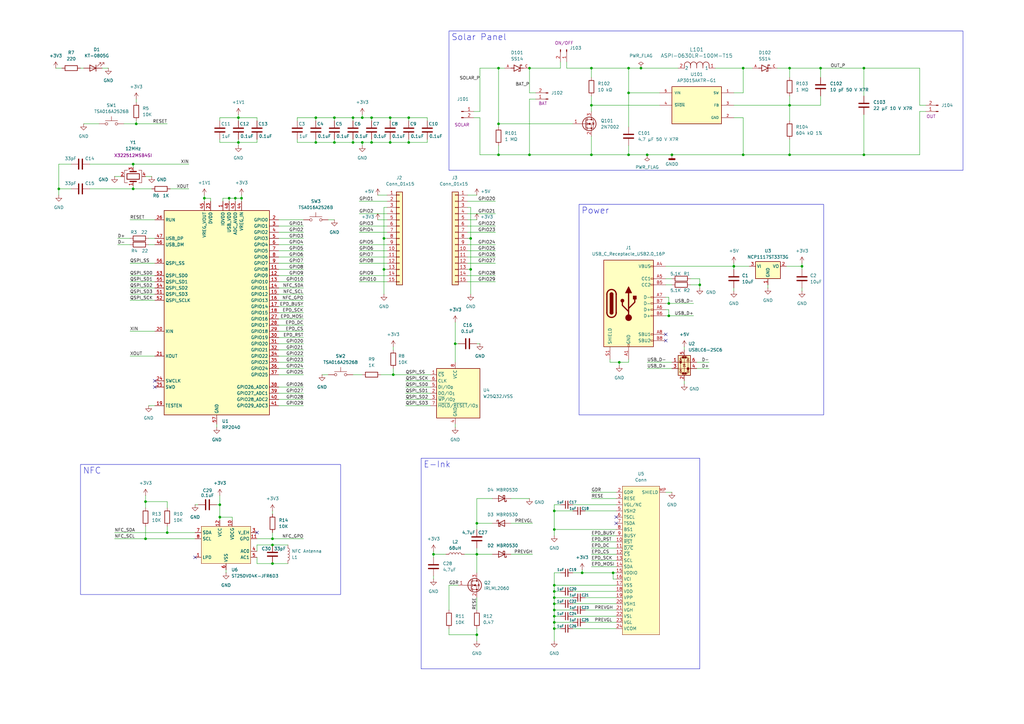
<source format=kicad_sch>
(kicad_sch (version 20250114) (generator "eeschema") (generator_version "9.0")
  (paper "A3")
  (lib_symbols
    (symbol "2024-04-02_04-49-58:ASPI-0630LR-100M-T15" (pin_names (offset 0.254))
      (property "Reference" "L" (at 6.985 5.08 0))
      (property "Value" "ASPI-0630LR-100M-T15" (at 6.985 -2.54 0))
      (symbol "ASPI-0630LR-100M-T15_1_1"
        (pin unspecified line (at 0 0 0) (length 2.54) (name "2") (number "2"))
        (pin unspecified line (at 15.24 0 180) (length 2.54) (name "1") (number "1"))
      )
      (symbol "ASPI-0630LR-100M-T15_1_2"
        (pin unspecified line (at 0 15.24 270) (length 2.54) (name "1") (number "1"))
        (pin unspecified line (at 0 0 90) (length 2.54) (name "2") (number "2"))
      )
    )
    (symbol "AP3015AKTR-G1:AP3015AKTR-G1" (pin_names (offset 1.016))
      (property "Reference" "U" (at -10.16 8.382 0))
      (property "Value" "AP3015AKTR-G1" (at -10.16 -10.16 0))
      (symbol "AP3015AKTR-G1_0_0"
        (pin input line (at -15.24 5.08 0) (length 5.08) (name "VIN") (number "5"))
        (pin input line (at -15.24 0 0) (length 5.08) (name "~{SHDN}") (number "4"))
        (pin output line (at 15.24 5.08 180) (length 5.08) (name "SW") (number "1"))
        (pin input line (at 15.24 0 180) (length 5.08) (name "FB") (number "3"))
        (pin power_in line (at 15.24 -5.08 180) (length 5.08) (name "GND") (number "2"))
      )
    )
    (symbol "Connector:Conn_01x02_Pin" (pin_names (offset 1.016) (hide yes))
      (property "Reference" "J" (at 0 2.54 0))
      (property "Value" "Conn_01x02_Pin" (at 0 -5.08 0))
      (symbol "Conn_01x02_Pin_1_1"
        (pin passive line (at 5.08 0 180) (length 3.81) (name "Pin_1") (number "1"))
        (pin passive line (at 5.08 -2.54 180) (length 3.81) (name "Pin_2") (number "2"))
      )
    )
    (symbol "Connector:USB_C_Receptacle_USB2.0_16P" (pin_names (offset 1.016))
      (property "Reference" "J" (at 0 22.225 0))
      (property "Value" "USB_C_Receptacle_USB2.0_16P" (at 0 19.685 0))
      (symbol "USB_C_Receptacle_USB2.0_16P_1_1"
        (pin passive line (at -7.62 -22.86 90) (length 5.08) (name "SHIELD") (number "S1"))
        (pin passive line (at 0 -22.86 90) (length 5.08) (name "GND") (number "A1"))
        (pin passive line (at 0 -22.86 90) (length 5.08) (hide yes) (name "GND") (number "A12"))
        (pin passive line (at 0 -22.86 90) (length 5.08) (hide yes) (name "GND") (number "B1"))
        (pin passive line (at 0 -22.86 90) (length 5.08) (hide yes) (name "GND") (number "B12"))
        (pin passive line (at 15.24 15.24 180) (length 5.08) (name "VBUS") (number "A4"))
        (pin passive line (at 15.24 15.24 180) (length 5.08) (hide yes) (name "VBUS") (number "A9"))
        (pin passive line (at 15.24 15.24 180) (length 5.08) (hide yes) (name "VBUS") (number "B4"))
        (pin passive line (at 15.24 15.24 180) (length 5.08) (hide yes) (name "VBUS") (number "B9"))
        (pin bidirectional line (at 15.24 10.16 180) (length 5.08) (name "CC1") (number "A5"))
        (pin bidirectional line (at 15.24 7.62 180) (length 5.08) (name "CC2") (number "B5"))
        (pin bidirectional line (at 15.24 2.54 180) (length 5.08) (name "D-") (number "A7"))
        (pin bidirectional line (at 15.24 0 180) (length 5.08) (name "D-") (number "B7"))
        (pin bidirectional line (at 15.24 -2.54 180) (length 5.08) (name "D+") (number "A6"))
        (pin bidirectional line (at 15.24 -5.08 180) (length 5.08) (name "D+") (number "B6"))
        (pin bidirectional line (at 15.24 -12.7 180) (length 5.08) (name "SBU1") (number "A8"))
        (pin bidirectional line (at 15.24 -15.24 180) (length 5.08) (name "SBU2") (number "B8"))
      )
    )
    (symbol "Connector_Generic:Conn_01x15" (pin_names (offset 1.016) (hide yes))
      (property "Reference" "J" (at 0 20.32 0))
      (property "Value" "Conn_01x15" (at 0 -20.32 0))
      (symbol "Conn_01x15_1_1"
        (pin passive line (at -5.08 17.78 0) (length 3.81) (name "Pin_1") (number "1"))
        (pin passive line (at -5.08 15.24 0) (length 3.81) (name "Pin_2") (number "2"))
        (pin passive line (at -5.08 12.7 0) (length 3.81) (name "Pin_3") (number "3"))
        (pin passive line (at -5.08 10.16 0) (length 3.81) (name "Pin_4") (number "4"))
        (pin passive line (at -5.08 7.62 0) (length 3.81) (name "Pin_5") (number "5"))
        (pin passive line (at -5.08 5.08 0) (length 3.81) (name "Pin_6") (number "6"))
        (pin passive line (at -5.08 2.54 0) (length 3.81) (name "Pin_7") (number "7"))
        (pin passive line (at -5.08 0 0) (length 3.81) (name "Pin_8") (number "8"))
        (pin passive line (at -5.08 -2.54 0) (length 3.81) (name "Pin_9") (number "9"))
        (pin passive line (at -5.08 -5.08 0) (length 3.81) (name "Pin_10") (number "10"))
        (pin passive line (at -5.08 -7.62 0) (length 3.81) (name "Pin_11") (number "11"))
        (pin passive line (at -5.08 -10.16 0) (length 3.81) (name "Pin_12") (number "12"))
        (pin passive line (at -5.08 -12.7 0) (length 3.81) (name "Pin_13") (number "13"))
        (pin passive line (at -5.08 -15.24 0) (length 3.81) (name "Pin_14") (number "14"))
        (pin passive line (at -5.08 -17.78 0) (length 3.81) (name "Pin_15") (number "15"))
      )
    )
    (symbol "Device:C" (pin_numbers (hide yes)) (pin_names (offset 0.254))
      (property "Reference" "C" (at 0.635 2.54 0))
      (property "Value" "C" (at 0.635 -2.54 0))
      (symbol "C_1_1"
        (pin passive line (at 0 3.81 270) (length 2.794) (name "~") (number "1"))
        (pin passive line (at 0 -3.81 90) (length 2.794) (name "~") (number "2"))
      )
    )
    (symbol "Device:C_Small" (pin_numbers (hide yes)) (pin_names (offset 0.254) (hide yes))
      (property "Reference" "C" (at 0.254 1.778 0))
      (property "Value" "C_Small" (at 0.254 -2.032 0))
      (symbol "C_Small_1_1"
        (pin passive line (at 0 2.54 270) (length 2.032) (name "~") (number "1"))
        (pin passive line (at 0 -2.54 90) (length 2.032) (name "~") (number "2"))
      )
    )
    (symbol "Device:Crystal_GND24" (pin_names (offset 1.016) (hide yes))
      (property "Reference" "Y" (at 3.175 5.08 0))
      (property "Value" "Crystal_GND24" (at 3.175 3.175 0))
      (symbol "Crystal_GND24_1_1"
        (pin passive line (at -3.81 0 0) (length 1.27) (name "1") (number "1"))
        (pin passive line (at 0 5.08 270) (length 1.27) (name "2") (number "2"))
        (pin passive line (at 0 -5.08 90) (length 1.27) (name "4") (number "4"))
        (pin passive line (at 3.81 0 180) (length 1.27) (name "3") (number "3"))
      )
    )
    (symbol "Device:L" (pin_numbers (hide yes)) (pin_names (offset 1.016) (hide yes))
      (property "Reference" "L" (at -1.27 0 90))
      (property "Value" "L" (at 1.905 0 90))
      (symbol "L_1_1"
        (pin passive line (at 0 3.81 270) (length 1.27) (name "1") (number "1"))
        (pin passive line (at 0 -3.81 90) (length 1.27) (name "2") (number "2"))
      )
    )
    (symbol "Device:LED" (pin_numbers (hide yes)) (pin_names (offset 1.016) (hide yes))
      (property "Reference" "D" (at 0 2.54 0))
      (property "Value" "LED" (at 0 -2.54 0))
      (symbol "LED_1_1"
        (pin passive line (at -3.81 0 0) (length 2.54) (name "K") (number "1"))
        (pin passive line (at 3.81 0 180) (length 2.54) (name "A") (number "2"))
      )
    )
    (symbol "Device:R" (pin_numbers (hide yes)) (pin_names (offset 0))
      (property "Reference" "R" (at 2.032 0 90))
      (property "Value" "R" (at 0 0 90))
      (symbol "R_1_1"
        (pin passive line (at 0 3.81 270) (length 1.27) (name "~") (number "1"))
        (pin passive line (at 0 -3.81 90) (length 1.27) (name "~") (number "2"))
      )
    )
    (symbol "Diode:MBR0530" (pin_numbers (hide yes)) (pin_names (offset 1.016) (hide yes))
      (property "Reference" "D" (at 0 2.54 0))
      (property "Value" "MBR0530" (at 0 -2.54 0))
      (symbol "MBR0530_1_1"
        (pin passive line (at -3.81 0 0) (length 2.54) (name "K") (number "1"))
        (pin passive line (at 3.81 0 180) (length 2.54) (name "A") (number "2"))
      )
    )
    (symbol "MCU_RaspberryPi:RP2040"
      (property "Reference" "U" (at 17.78 45.72 0))
      (property "Value" "RP2040" (at 17.78 43.18 0))
      (symbol "RP2040_1_1"
        (pin input line (at -25.4 38.1 0) (length 3.81) (name "RUN") (number "26"))
        (pin bidirectional line (at -25.4 30.48 0) (length 3.81) (name "USB_DP") (number "47"))
        (pin bidirectional line (at -25.4 27.94 0) (length 3.81) (name "USB_DM") (number "46"))
        (pin bidirectional line (at -25.4 20.32 0) (length 3.81) (name "QSPI_SS") (number "56"))
        (pin bidirectional line (at -25.4 15.24 0) (length 3.81) (name "QSPI_SD0") (number "53"))
        (pin bidirectional line (at -25.4 12.7 0) (length 3.81) (name "QSPI_SD1") (number "55"))
        (pin bidirectional line (at -25.4 10.16 0) (length 3.81) (name "QSPI_SD2") (number "54"))
        (pin bidirectional line (at -25.4 7.62 0) (length 3.81) (name "QSPI_SD3") (number "51"))
        (pin output line (at -25.4 5.08 0) (length 3.81) (name "QSPI_SCLK") (number "52"))
        (pin input line (at -25.4 -7.62 0) (length 3.81) (name "XIN") (number "20"))
        (pin passive line (at -25.4 -17.78 0) (length 3.81) (name "XOUT") (number "21"))
        (pin input line (at -25.4 -27.94 0) (length 3.81) (name "SWCLK") (number "24"))
        (pin bidirectional line (at -25.4 -30.48 0) (length 3.81) (name "SWD") (number "25"))
        (pin input line (at -25.4 -38.1 0) (length 3.81) (name "TESTEN") (number "19"))
        (pin power_out line (at -5.08 45.72 270) (length 3.81) (name "VREG_VOUT") (number "45"))
        (pin power_in line (at -2.54 45.72 270) (length 3.81) (name "DVDD") (number "23"))
        (pin passive line (at -2.54 45.72 270) (length 3.81) (hide yes) (name "DVDD") (number "50"))
        (pin power_in line (at 0 -45.72 90) (length 3.81) (name "GND") (number "57"))
        (pin power_in line (at 2.54 45.72 270) (length 3.81) (name "IOVDD") (number "1"))
        (pin passive line (at 2.54 45.72 270) (length 3.81) (hide yes) (name "IOVDD") (number "10"))
        (pin passive line (at 2.54 45.72 270) (length 3.81) (hide yes) (name "IOVDD") (number "22"))
        (pin passive line (at 2.54 45.72 270) (length 3.81) (hide yes) (name "IOVDD") (number "33"))
        (pin passive line (at 2.54 45.72 270) (length 3.81) (hide yes) (name "IOVDD") (number "42"))
        (pin passive line (at 2.54 45.72 270) (length 3.81) (hide yes) (name "IOVDD") (number "49"))
        (pin power_in line (at 5.08 45.72 270) (length 3.81) (name "USB_VDD") (number "48"))
        (pin power_in line (at 7.62 45.72 270) (length 3.81) (name "ADC_AVDD") (number "43"))
        (pin power_in line (at 10.16 45.72 270) (length 3.81) (name "VREG_IN") (number "44"))
        (pin bidirectional line (at 25.4 38.1 180) (length 3.81) (name "GPIO0") (number "2"))
        (pin bidirectional line (at 25.4 35.56 180) (length 3.81) (name "GPIO1") (number "3"))
        (pin bidirectional line (at 25.4 33.02 180) (length 3.81) (name "GPIO2") (number "4"))
        (pin bidirectional line (at 25.4 30.48 180) (length 3.81) (name "GPIO3") (number "5"))
        (pin bidirectional line (at 25.4 27.94 180) (length 3.81) (name "GPIO4") (number "6"))
        (pin bidirectional line (at 25.4 25.4 180) (length 3.81) (name "GPIO5") (number "7"))
        (pin bidirectional line (at 25.4 22.86 180) (length 3.81) (name "GPIO6") (number "8"))
        (pin bidirectional line (at 25.4 20.32 180) (length 3.81) (name "GPIO7") (number "9"))
        (pin bidirectional line (at 25.4 17.78 180) (length 3.81) (name "GPIO8") (number "11"))
        (pin bidirectional line (at 25.4 15.24 180) (length 3.81) (name "GPIO9") (number "12"))
        (pin bidirectional line (at 25.4 12.7 180) (length 3.81) (name "GPIO10") (number "13"))
        (pin bidirectional line (at 25.4 10.16 180) (length 3.81) (name "GPIO11") (number "14"))
        (pin bidirectional line (at 25.4 7.62 180) (length 3.81) (name "GPIO12") (number "15"))
        (pin bidirectional line (at 25.4 5.08 180) (length 3.81) (name "GPIO13") (number "16"))
        (pin bidirectional line (at 25.4 2.54 180) (length 3.81) (name "GPIO14") (number "17"))
        (pin bidirectional line (at 25.4 0 180) (length 3.81) (name "GPIO15") (number "18"))
        (pin bidirectional line (at 25.4 -2.54 180) (length 3.81) (name "GPIO16") (number "27"))
        (pin bidirectional line (at 25.4 -5.08 180) (length 3.81) (name "GPIO17") (number "28"))
        (pin bidirectional line (at 25.4 -7.62 180) (length 3.81) (name "GPIO18") (number "29"))
        (pin bidirectional line (at 25.4 -10.16 180) (length 3.81) (name "GPIO19") (number "30"))
        (pin bidirectional line (at 25.4 -12.7 180) (length 3.81) (name "GPIO20") (number "31"))
        (pin bidirectional line (at 25.4 -15.24 180) (length 3.81) (name "GPIO21") (number "32"))
        (pin bidirectional line (at 25.4 -17.78 180) (length 3.81) (name "GPIO22") (number "34"))
        (pin bidirectional line (at 25.4 -20.32 180) (length 3.81) (name "GPIO23") (number "35"))
        (pin bidirectional line (at 25.4 -22.86 180) (length 3.81) (name "GPIO24") (number "36"))
        (pin bidirectional line (at 25.4 -25.4 180) (length 3.81) (name "GPIO25") (number "37"))
        (pin bidirectional line (at 25.4 -30.48 180) (length 3.81) (name "GPIO26_ADC0") (number "38"))
        (pin bidirectional line (at 25.4 -33.02 180) (length 3.81) (name "GPIO27_ADC1") (number "39"))
        (pin bidirectional line (at 25.4 -35.56 180) (length 3.81) (name "GPIO28_ADC2") (number "40"))
        (pin bidirectional line (at 25.4 -38.1 180) (length 3.81) (name "GPIO29_ADC3") (number "41"))
      )
    )
    (symbol "Memory_Flash:W25Q32JVSS"
      (property "Reference" "U" (at -6.35 11.43 0))
      (property "Value" "W25Q32JVSS" (at 7.62 11.43 0))
      (symbol "W25Q32JVSS_1_1"
        (pin input line (at -10.16 7.62 0) (length 2.54) (name "~{CS}") (number "1"))
        (pin input line (at -10.16 5.08 0) (length 2.54) (name "CLK") (number "6"))
        (pin bidirectional line (at -10.16 2.54 0) (length 2.54) (name "DI/IO_{0}") (number "5"))
        (pin bidirectional line (at -10.16 0 0) (length 2.54) (name "DO/IO_{1}") (number "2"))
        (pin bidirectional line (at -10.16 -2.54 0) (length 2.54) (name "~{WP}/IO_{2}") (number "3"))
        (pin bidirectional line (at -10.16 -5.08 0) (length 2.54) (name "~{HOLD}/~{RESET}/IO_{3}") (number "7"))
        (pin power_in line (at 0 12.7 270) (length 2.54) (name "VCC") (number "8"))
        (pin power_in line (at 0 -12.7 90) (length 2.54) (name "GND") (number "4"))
      )
    )
    (symbol "Power_Protection:USBLC6-2SC6" (pin_names (hide yes))
      (property "Reference" "U" (at 0.635 5.715 0))
      (property "Value" "USBLC6-2SC6" (at 0.635 3.81 0))
      (symbol "USBLC6-2SC6_1_1"
        (pin passive line (at -5.08 0 0) (length 2.54) (name "I/O1") (number "1"))
        (pin passive line (at -5.08 -2.54 0) (length 2.54) (name "I/O2") (number "3"))
        (pin passive line (at 0 5.08 270) (length 2.54) (name "VBUS") (number "5"))
        (pin passive line (at 0 -7.62 90) (length 2.54) (name "GND") (number "2"))
        (pin passive line (at 5.08 0 180) (length 2.54) (name "I/O1") (number "6"))
        (pin passive line (at 5.08 -2.54 180) (length 2.54) (name "I/O2") (number "4"))
      )
    )
    (symbol "RF_NFC:ST25DV04K-JFR6D3"
      (property "Reference" "U" (at 8.89 8.89 0))
      (property "Value" "ST25DV04K-JFR6D3" (at 10.795 -8.89 0))
      (symbol "ST25DV04K-JFR6D3_1_1"
        (pin bidirectional line (at -12.7 5.08 0) (length 2.54) (name "SDA") (number "7"))
        (pin input line (at -12.7 2.54 0) (length 2.54) (name "SCL") (number "8"))
        (pin input line (at -12.7 -5.08 0) (length 2.54) (name "LPD") (number "1"))
        (pin no_connect line (at -10.16 0 0) (length 2.54) (hide yes) (name "NC") (number "2"))
        (pin no_connect line (at -10.16 -2.54 0) (length 2.54) (hide yes) (name "NC") (number "9"))
        (pin power_in line (at -2.54 10.16 270) (length 2.54) (name "VCC") (number "12"))
        (pin power_in line (at 0 -10.16 90) (length 2.54) (name "VSS") (number "6"))
        (pin power_in line (at 2.54 10.16 270) (length 2.54) (name "VDCG") (number "10"))
        (pin no_connect line (at 10.16 0 180) (length 2.54) (hide yes) (name "NC") (number "13"))
        (pin power_out line (at 12.7 5.08 180) (length 2.54) (name "V_EH") (number "3"))
        (pin output line (at 12.7 2.54 180) (length 2.54) (name "GPO") (number "11"))
        (pin passive line (at 12.7 -2.54 180) (length 2.54) (name "AC0") (number "4"))
        (pin passive line (at 12.7 -5.08 180) (length 2.54) (name "AC1") (number "5"))
      )
    )
    (symbol "Regulator_Linear:NCP1117-3.3_SOT223"
      (property "Reference" "U" (at -3.81 3.175 0))
      (property "Value" "NCP1117-3.3_SOT223" (at 0 3.175 0))
      (symbol "NCP1117-3.3_SOT223_1_1"
        (pin power_in line (at -7.62 0 0) (length 2.54) (name "VI") (number "3"))
        (pin power_in line (at 0 -7.62 90) (length 2.54) (name "GND") (number "1"))
        (pin power_out line (at 7.62 0 180) (length 2.54) (name "VO") (number "2"))
      )
    )
    (symbol "SS14:SS14" (pin_names (offset 1.016))
      (property "Reference" "D" (at -5.08 2.54 0))
      (property "Value" "SS14" (at -5.08 -3.81 0))
      (symbol "SS14_0_0"
        (pin passive line (at -5.08 0 0) (length 2.54) (name "~") (number "A"))
        (pin passive line (at 5.08 0 180) (length 2.54) (name "~") (number "C"))
      )
    )
    (symbol "Switch:SW_Push" (pin_numbers (hide yes)) (pin_names (offset 1.016) (hide yes))
      (property "Reference" "SW" (at 1.27 2.54 0))
      (property "Value" "SW_Push" (at 0 -1.524 0))
      (symbol "SW_Push_0_1"
        (pin passive line (at -5.08 0 0) (length 2.54) (name "1") (number "1"))
        (pin passive line (at 5.08 0 180) (length 2.54) (name "2") (number "2"))
      )
    )
    (symbol "Transistor_FET:2N7002" (pin_names (hide yes))
      (property "Reference" "Q" (at 5.08 1.905 0))
      (property "Value" "2N7002" (at 5.08 0 0))
      (symbol "2N7002_1_1"
        (pin input line (at -5.08 0 0) (length 2.54) (name "G") (number "1"))
        (pin passive line (at 2.54 5.08 270) (length 2.54) (name "D") (number "3"))
        (pin passive line (at 2.54 -5.08 90) (length 2.54) (name "S") (number "2"))
      )
    )
    (symbol "Transistor_FET:IRLML2060" (pin_names (offset 0) (hide yes))
      (property "Reference" "Q" (at 5.08 1.905 0))
      (property "Value" "IRLML2060" (at 5.08 0 0))
      (symbol "IRLML2060_1_1"
        (pin input line (at -5.08 0 0) (length 2.54) (name "G") (number "1"))
        (pin passive line (at 2.54 5.08 270) (length 2.54) (name "D") (number "3"))
        (pin passive line (at 2.54 -5.08 90) (length 2.54) (name "S") (number "2"))
      )
    )
    (symbol "kai-library:EINK-2.9inch"
      (property "Reference" "U5" (at 0 19.05 0))
      (property "Value" "Conn" (at 0 16.51 0))
      (symbol "EINK-2.9inch_1_1"
        (pin input line (at -11.43 30.48 0) (length 2.54) (name "GDR") (number "2"))
        (pin input line (at -11.43 27.94 0) (length 2.54) (name "RESE") (number "3"))
        (pin input line (at -11.43 25.4 0) (length 2.54) (name "VGL/NC") (number "4"))
        (pin input line (at -11.43 22.86 0) (length 2.54) (name "VSH2") (number "5"))
        (pin input line (at -11.43 20.32 0) (length 2.54) (name "TSCL") (number "6"))
        (pin input line (at -11.43 17.78 0) (length 2.54) (name "TSDA") (number "7"))
        (pin input line (at -11.43 15.24 0) (length 2.54) (name "BS1") (number "8"))
        (pin input line (at -11.43 12.7 0) (length 2.54) (name "BUSY") (number "9"))
        (pin input line (at -11.43 10.16 0) (length 2.54) (name "~{RST}") (number "10"))
        (pin input line (at -11.43 7.62 0) (length 2.54) (name "~{D/C}") (number "11"))
        (pin input line (at -11.43 5.08 0) (length 2.54) (name "~{CS}") (number "12"))
        (pin input line (at -11.43 2.54 0) (length 2.54) (name "SCL") (number "13"))
        (pin input line (at -11.43 0 0) (length 2.54) (name "SDA") (number "14"))
        (pin input line (at -11.43 -2.54 0) (length 2.54) (name "VDDIO") (number "15"))
        (pin input line (at -11.43 -5.08 0) (length 2.54) (name "VCI") (number "16"))
        (pin input line (at -11.43 -7.62 0) (length 2.54) (name "VSS") (number "17"))
        (pin input line (at -11.43 -10.16 0) (length 2.54) (name "VDD") (number "18"))
        (pin input line (at -11.43 -12.7 0) (length 2.54) (name "VPP") (number "19"))
        (pin input line (at -11.43 -15.24 0) (length 2.54) (name "VSH1") (number "20"))
        (pin input line (at -11.43 -17.78 0) (length 2.54) (name "VGH") (number "21"))
        (pin input line (at -11.43 -20.32 0) (length 2.54) (name "VSL") (number "22"))
        (pin input line (at -11.43 -22.86 0) (length 2.54) (name "VGL") (number "23"))
        (pin input line (at -11.43 -25.4 0) (length 2.54) (name "VCOM") (number "24"))
        (pin no_connect line (at -2.54 35.56 270) (length 2.54) (hide yes) (name "NC") (number "1"))
        (pin output line (at 8.89 30.48 180) (length 2.54) (name "SHIELD") (number "MP"))
      )
    )
    (symbol "power:+1V1" (power) (pin_numbers (hide yes)) (pin_names (offset 0) (hide yes))
      (property "Value" "+1V1" (at 0 3.556 0))
      (symbol "+1V1_1_1"
        (pin power_in line (at 0 0 90) (length 0) (name "~") (number "1"))
      )
    )
    (symbol "power:+3V3" (power) (pin_numbers (hide yes)) (pin_names (offset 0) (hide yes))
      (property "Value" "+3V3" (at 0 3.556 0))
      (symbol "+3V3_1_1"
        (pin power_in line (at 0 0 90) (length 0) (name "~") (number "1"))
      )
    )
    (symbol "power:+5V" (power) (pin_numbers (hide yes)) (pin_names (offset 0) (hide yes))
      (property "Value" "+5V" (at 0 3.556 0))
      (symbol "+5V_1_1"
        (pin power_in line (at 0 0 90) (length 0) (name "~") (number "1"))
      )
    )
    (symbol "power:GND" (power) (pin_numbers (hide yes)) (pin_names (offset 0) (hide yes))
      (property "Value" "GND" (at 0 -3.81 0))
      (symbol "GND_1_1"
        (pin power_in line (at 0 0 270) (length 0) (name "~") (number "1"))
      )
    )
    (symbol "power:GNDD" (power) (pin_names (offset 0))
      (property "Value" "GNDD" (at 0 -3.175 0))
      (symbol "GNDD_1_1"
        (pin power_in line (at 0 0 270) (length 0) (hide yes) (name "GNDD") (number "1"))
      )
    )
    (symbol "power:PWR_FLAG" (power) (pin_numbers (hide yes)) (pin_names (offset 0) (hide yes))
      (property "Value" "PWR_FLAG" (at 0 3.81 0))
      (symbol "PWR_FLAG_0_0"
        (pin power_out line (at 0 0 90) (length 0) (name "pwr") (number "1"))
      )
    )
  )
  (text_box "Solar Panel" (at 184.15 12.7 0) (size 210.82 57.15) (margins 0.9525 0.9525 0.9525 0.9525) (effects (font (size 2.54 2.54)) (justify left top)))
  (text_box "E-Ink " (at 172.72 187.96 0) (size 114.3 86.36) (margins 0.9525 0.9525 0.9525 0.9525) (effects (font (size 2.54 2.54)) (justify left top)))
  (text_box "Power" (at 237.49 83.82 0) (size 100.33 86.36) (margins 0.9525 0.9525 0.9525 0.9525) (effects (font (size 2.54 2.54)) (justify left top)))
  (text_box "NFC " (at 33.02 190.5 0) (size 106.68 53.34) (margins 0.9525 0.9525 0.9525 0.9525) (effects (font (size 2.54 2.54)) (justify left top)))
  (junction (at 160.02 58.42))
  (junction (at 227.33 255.27))
  (junction (at 160.02 48.26))
  (junction (at 227.33 257.81))
  (junction (at 193.04 110.49))
  (junction (at 242.57 27.94))
  (junction (at 227.33 250.19))
  (junction (at 90.17 207.01))
  (junction (at 287.02 116.84))
  (junction (at 274.32 129.54))
  (junction (at 204.47 27.94))
  (junction (at 257.81 27.94))
  (junction (at 68.58 218.44))
  (junction (at 195.58 227.33))
  (junction (at 257.81 38.1))
  (junction (at 242.57 63.5))
  (junction (at 152.4 58.42))
  (junction (at 328.93 109.22))
  (junction (at 217.17 63.5))
  (junction (at 111.76 223.52))
  (junction (at 336.55 27.94))
  (junction (at 83.82 81.28))
  (junction (at 129.54 58.42))
  (junction (at 97.79 48.26))
  (junction (at 254 148.59))
  (junction (at 274.32 124.46))
  (junction (at 300.99 109.22))
  (junction (at 217.17 27.94))
  (junction (at 59.69 220.98))
  (junction (at 265.43 63.5))
  (junction (at 304.8 63.5))
  (junction (at 323.85 63.5))
  (junction (at 144.78 48.26))
  (junction (at 148.59 48.26))
  (junction (at 59.69 205.74))
  (junction (at 152.4 48.26))
  (junction (at 157.48 110.49))
  (junction (at 93.98 81.28))
  (junction (at 167.64 58.42))
  (junction (at 195.58 260.35))
  (junction (at 238.76 234.95))
  (junction (at 227.33 209.55))
  (junction (at 242.57 43.18))
  (junction (at 161.29 153.67))
  (junction (at 24.13 77.47))
  (junction (at 227.33 240.03))
  (junction (at 177.8 227.33))
  (junction (at 186.69 140.97))
  (junction (at 111.76 231.14))
  (junction (at 275.59 63.5))
  (junction (at 227.33 252.73))
  (junction (at 227.33 245.11))
  (junction (at 97.79 58.42))
  (junction (at 204.47 50.8))
  (junction (at 227.33 217.17))
  (junction (at 323.85 43.18))
  (junction (at 354.33 27.94))
  (junction (at 204.47 63.5))
  (junction (at 157.48 97.79))
  (junction (at 137.16 58.42))
  (junction (at 129.54 48.26))
  (junction (at 96.52 81.28))
  (junction (at 227.33 242.57))
  (junction (at 193.04 97.79))
  (junction (at 54.61 67.31))
  (junction (at 323.85 27.94))
  (junction (at 111.76 220.98))
  (junction (at 99.06 81.28))
  (junction (at 304.8 27.94))
  (junction (at 195.58 214.63))
  (junction (at 144.78 58.42))
  (junction (at 262.89 27.94))
  (junction (at 148.59 58.42))
  (junction (at 257.81 63.5))
  (junction (at 54.61 77.47))
  (junction (at 227.33 247.65))
  (junction (at 55.88 50.8))
  (junction (at 251.46 234.95))
  (junction (at 137.16 48.26))
  (junction (at 167.64 48.26))
  (junction (at 90.17 212.09))
  (junction (at 354.33 63.5))
  (no_connect (at 63.5 158.75))
  (no_connect (at 273.05 137.16))
  (no_connect (at 105.41 218.44))
  (no_connect (at 63.5 156.21))
  (no_connect (at 273.05 139.7))
  (no_connect (at 252.73 214.63))
  (no_connect (at 80.01 228.6))
  (no_connect (at 252.73 212.09))
  (wire (pts (xy 152.4 48.26) (xy 160.02 48.26)))
  (wire (pts (xy 59.69 205.74) (xy 68.58 205.74)))
  (wire (pts (xy 251.46 234.95) (xy 251.46 237.49)))
  (wire (pts (xy 68.58 218.44) (xy 80.01 218.44)))
  (wire (pts (xy 36.83 67.31) (xy 54.61 67.31)))
  (wire (pts (xy 257.81 38.1) (xy 270.51 38.1)))
  (wire (pts (xy 160.02 57.15) (xy 160.02 58.42)))
  (wire (pts (xy 229.87 25.4) (xy 229.87 27.94)))
  (wire (pts (xy 90.17 203.2) (xy 90.17 207.01)))
  (wire (pts (xy 186.69 140.97) (xy 186.69 148.59)))
  (wire (pts (xy 191.77 110.49) (xy 193.04 110.49)))
  (wire (pts (xy 114.3 130.81) (xy 124.46 130.81)))
  (wire (pts (xy 175.26 48.26) (xy 175.26 49.53)))
  (wire (pts (xy 90.17 212.09) (xy 90.17 213.36)))
  (wire (pts (xy 114.3 97.79) (xy 124.46 97.79)))
  (wire (pts (xy 24.13 67.31) (xy 24.13 77.47)))
  (wire (pts (xy 196.85 45.72) (xy 196.85 27.94)))
  (wire (pts (xy 166.37 163.83) (xy 176.53 163.83)))
  (wire (pts (xy 121.92 58.42) (xy 129.54 58.42)))
  (wire (pts (xy 234.95 250.19) (xy 227.33 250.19)))
  (wire (pts (xy 129.54 48.26) (xy 137.16 48.26)))
  (wire (pts (xy 242.57 201.93) (xy 252.73 201.93)))
  (wire (pts (xy 157.48 110.49) (xy 158.75 110.49)))
  (wire (pts (xy 242.57 43.18) (xy 270.51 43.18)))
  (wire (pts (xy 254 149.86) (xy 254 148.59)))
  (wire (pts (xy 88.9 175.26) (xy 88.9 173.99)))
  (wire (pts (xy 336.55 31.75) (xy 336.55 27.94)))
  (wire (pts (xy 300.99 109.22) (xy 307.34 109.22)))
  (wire (pts (xy 217.17 27.94) (xy 229.87 27.94)))
  (wire (pts (xy 196.85 63.5) (xy 204.47 63.5)))
  (wire (pts (xy 177.8 236.22) (xy 177.8 237.49)))
  (wire (pts (xy 161.29 151.13) (xy 161.29 153.67)))
  (wire (pts (xy 204.47 27.94) (xy 204.47 50.8)))
  (wire (pts (xy 251.46 234.95) (xy 252.73 234.95)))
  (wire (pts (xy 91.44 81.28) (xy 93.98 81.28)))
  (wire (pts (xy 62.23 72.39) (xy 59.69 72.39)))
  (wire (pts (xy 105.41 228.6) (xy 105.41 231.14)))
  (wire (pts (xy 227.33 257.81) (xy 227.33 255.27)))
  (wire (pts (xy 114.3 153.67) (xy 124.46 153.67)))
  (wire (pts (xy 242.57 227.33) (xy 252.73 227.33)))
  (wire (pts (xy 111.76 218.44) (xy 111.76 220.98)))
  (wire (pts (xy 92.71 234.95) (xy 92.71 233.68)))
  (wire (pts (xy 34.29 50.8) (xy 40.64 50.8)))
  (wire (pts (xy 137.16 48.26) (xy 144.78 48.26)))
  (wire (pts (xy 242.57 63.5) (xy 257.81 63.5)))
  (wire (pts (xy 29.21 67.31) (xy 24.13 67.31)))
  (wire (pts (xy 304.8 48.26) (xy 304.8 63.5)))
  (wire (pts (xy 86.36 81.28) (xy 83.82 81.28)))
  (wire (pts (xy 242.57 232.41) (xy 252.73 232.41)))
  (wire (pts (xy 273.05 124.46) (xy 274.32 124.46)))
  (wire (pts (xy 257.81 27.94) (xy 262.89 27.94)))
  (wire (pts (xy 227.33 247.65) (xy 227.33 245.11)))
  (wire (pts (xy 166.37 161.29) (xy 176.53 161.29)))
  (wire (pts (xy 90.17 207.01) (xy 88.9 207.01)))
  (wire (pts (xy 105.41 49.53) (xy 105.41 48.26)))
  (wire (pts (xy 227.33 252.73) (xy 227.33 250.19)))
  (wire (pts (xy 59.69 205.74) (xy 59.69 208.28)))
  (wire (pts (xy 186.69 132.08) (xy 186.69 140.97)))
  (wire (pts (xy 227.33 209.55) (xy 234.95 209.55)))
  (wire (pts (xy 114.3 120.65) (xy 124.46 120.65)))
  (wire (pts (xy 121.92 49.53) (xy 121.92 48.26)))
  (wire (pts (xy 114.3 151.13) (xy 124.46 151.13)))
  (wire (pts (xy 114.3 166.37) (xy 124.46 166.37)))
  (wire (pts (xy 161.29 153.67) (xy 176.53 153.67)))
  (wire (pts (xy 323.85 39.37) (xy 323.85 43.18)))
  (wire (pts (xy 124.46 110.49) (xy 114.3 110.49)))
  (wire (pts (xy 204.47 50.8) (xy 204.47 52.07)))
  (wire (pts (xy 229.87 242.57) (xy 227.33 242.57)))
  (wire (pts (xy 191.77 115.57) (xy 203.2 115.57)))
  (wire (pts (xy 132.08 153.67) (xy 134.62 153.67)))
  (wire (pts (xy 147.32 102.87) (xy 158.75 102.87)))
  (wire (pts (xy 195.58 262.89) (xy 195.58 260.35)))
  (wire (pts (xy 227.33 234.95) (xy 229.87 234.95)))
  (wire (pts (xy 105.41 231.14) (xy 111.76 231.14)))
  (wire (pts (xy 97.79 48.26) (xy 97.79 46.99)))
  (wire (pts (xy 290.83 151.13) (xy 285.75 151.13)))
  (wire (pts (xy 323.85 57.15) (xy 323.85 63.5)))
  (wire (pts (xy 234.95 207.01) (xy 252.73 207.01)))
  (wire (pts (xy 114.3 113.03) (xy 124.46 113.03)))
  (wire (pts (xy 36.83 77.47) (xy 54.61 77.47)))
  (wire (pts (xy 166.37 158.75) (xy 176.53 158.75)))
  (wire (pts (xy 204.47 63.5) (xy 217.17 63.5)))
  (wire (pts (xy 275.59 114.3) (xy 273.05 114.3)))
  (wire (pts (xy 274.32 124.46) (xy 284.48 124.46)))
  (wire (pts (xy 193.04 85.09) (xy 193.04 97.79)))
  (wire (pts (xy 194.31 48.26) (xy 196.85 48.26)))
  (wire (pts (xy 69.85 77.47) (xy 77.47 77.47)))
  (wire (pts (xy 147.32 113.03) (xy 158.75 113.03)))
  (wire (pts (xy 114.3 133.35) (xy 124.46 133.35)))
  (wire (pts (xy 152.4 58.42) (xy 160.02 58.42)))
  (wire (pts (xy 201.93 227.33) (xy 195.58 227.33)))
  (wire (pts (xy 90.17 48.26) (xy 97.79 48.26)))
  (wire (pts (xy 53.34 90.17) (xy 63.5 90.17)))
  (wire (pts (xy 114.3 128.27) (xy 124.46 128.27)))
  (wire (pts (xy 217.17 204.47) (xy 209.55 204.47)))
  (wire (pts (xy 195.58 214.63) (xy 195.58 217.17)))
  (wire (pts (xy 160.02 48.26) (xy 160.02 49.53)))
  (wire (pts (xy 204.47 27.94) (xy 207.01 27.94)))
  (wire (pts (xy 195.58 257.81) (xy 195.58 260.35)))
  (wire (pts (xy 114.3 158.75) (xy 124.46 158.75)))
  (wire (pts (xy 323.85 27.94) (xy 323.85 31.75)))
  (wire (pts (xy 121.92 48.26) (xy 129.54 48.26)))
  (wire (pts (xy 184.15 260.35) (xy 184.15 257.81)))
  (wire (pts (xy 242.57 222.25) (xy 252.73 222.25)))
  (wire (pts (xy 96.52 81.28) (xy 99.06 81.28)))
  (wire (pts (xy 184.15 240.03) (xy 184.15 250.19)))
  (wire (pts (xy 204.47 50.8) (xy 234.95 50.8)))
  (wire (pts (xy 167.64 48.26) (xy 167.64 49.53)))
  (wire (pts (xy 53.34 135.89) (xy 63.5 135.89)))
  (wire (pts (xy 95.25 213.36) (xy 95.25 212.09)))
  (wire (pts (xy 157.48 97.79) (xy 157.48 110.49)))
  (wire (pts (xy 242.57 27.94) (xy 242.57 31.75)))
  (wire (pts (xy 144.78 58.42) (xy 148.59 58.42)))
  (wire (pts (xy 137.16 48.26) (xy 137.16 49.53)))
  (wire (pts (xy 147.32 95.25) (xy 158.75 95.25)))
  (wire (pts (xy 60.96 100.33) (xy 63.5 100.33)))
  (wire (pts (xy 48.26 100.33) (xy 53.34 100.33)))
  (wire (pts (xy 54.61 67.31) (xy 54.61 68.58)))
  (wire (pts (xy 227.33 255.27) (xy 227.33 252.73)))
  (wire (pts (xy 111.76 220.98) (xy 124.46 220.98)))
  (wire (pts (xy 124.46 115.57) (xy 114.3 115.57)))
  (wire (pts (xy 196.85 140.97) (xy 195.58 140.97)))
  (wire (pts (xy 227.33 262.89) (xy 227.33 257.81)))
  (wire (pts (xy 147.32 105.41) (xy 158.75 105.41)))
  (wire (pts (xy 105.41 223.52) (xy 111.76 223.52)))
  (wire (pts (xy 304.8 63.5) (xy 323.85 63.5)))
  (wire (pts (xy 55.88 50.8) (xy 68.58 50.8)))
  (wire (pts (xy 257.81 27.94) (xy 257.81 38.1)))
  (wire (pts (xy 240.03 250.19) (xy 252.73 250.19)))
  (wire (pts (xy 129.54 48.26) (xy 129.54 49.53)))
  (wire (pts (xy 182.88 227.33) (xy 177.8 227.33)))
  (wire (pts (xy 227.33 207.01) (xy 227.33 209.55)))
  (wire (pts (xy 97.79 49.53) (xy 97.79 48.26)))
  (wire (pts (xy 203.2 105.41) (xy 191.77 105.41)))
  (wire (pts (xy 97.79 59.69) (xy 97.79 58.42)))
  (wire (pts (xy 158.75 85.09) (xy 157.48 85.09)))
  (wire (pts (xy 234.95 234.95) (xy 238.76 234.95)))
  (wire (pts (xy 50.8 50.8) (xy 55.88 50.8)))
  (wire (pts (xy 196.85 48.26) (xy 196.85 63.5)))
  (wire (pts (xy 114.3 163.83) (xy 124.46 163.83)))
  (wire (pts (xy 124.46 105.41) (xy 114.3 105.41)))
  (wire (pts (xy 204.47 59.69) (xy 204.47 63.5)))
  (wire (pts (xy 234.95 245.11) (xy 227.33 245.11)))
  (wire (pts (xy 273.05 116.84) (xy 275.59 116.84)))
  (wire (pts (xy 95.25 212.09) (xy 90.17 212.09)))
  (wire (pts (xy 68.58 215.9) (xy 68.58 218.44)))
  (wire (pts (xy 83.82 80.01) (xy 83.82 81.28)))
  (wire (pts (xy 232.41 25.4) (xy 232.41 27.94)))
  (wire (pts (xy 193.04 97.79) (xy 193.04 110.49)))
  (wire (pts (xy 234.95 242.57) (xy 252.73 242.57)))
  (wire (pts (xy 273.05 109.22) (xy 300.99 109.22)))
  (wire (pts (xy 144.78 48.26) (xy 148.59 48.26)))
  (wire (pts (xy 229.87 207.01) (xy 227.33 207.01)))
  (wire (pts (xy 227.33 245.11) (xy 227.33 242.57)))
  (wire (pts (xy 242.57 219.71) (xy 252.73 219.71)))
  (wire (pts (xy 300.99 119.38) (xy 300.99 118.11)))
  (wire (pts (xy 377.19 45.72) (xy 377.19 63.5)))
  (wire (pts (xy 177.8 227.33) (xy 177.8 228.6)))
  (wire (pts (xy 124.46 102.87) (xy 114.3 102.87)))
  (wire (pts (xy 328.93 109.22) (xy 328.93 107.95)))
  (wire (pts (xy 265.43 148.59) (xy 275.59 148.59)))
  (wire (pts (xy 354.33 27.94) (xy 336.55 27.94)))
  (wire (pts (xy 304.8 27.94) (xy 308.61 27.94)))
  (wire (pts (xy 124.46 92.71) (xy 114.3 92.71)))
  (wire (pts (xy 97.79 57.15) (xy 97.79 58.42)))
  (wire (pts (xy 90.17 57.15) (xy 90.17 58.42)))
  (wire (pts (xy 195.58 204.47) (xy 201.93 204.47)))
  (wire (pts (xy 318.77 27.94) (xy 323.85 27.94)))
  (wire (pts (xy 156.21 153.67) (xy 161.29 153.67)))
  (wire (pts (xy 273.05 127) (xy 274.32 127)))
  (wire (pts (xy 219.71 38.1) (xy 217.17 38.1)))
  (wire (pts (xy 242.57 224.79) (xy 252.73 224.79)))
  (wire (pts (xy 238.76 233.68) (xy 238.76 234.95)))
  (wire (pts (xy 55.88 40.64) (xy 55.88 41.91)))
  (wire (pts (xy 53.34 113.03) (xy 63.5 113.03)))
  (wire (pts (xy 328.93 119.38) (xy 328.93 118.11)))
  (wire (pts (xy 257.81 148.59) (xy 257.81 147.32)))
  (wire (pts (xy 105.41 220.98) (xy 111.76 220.98)))
  (wire (pts (xy 203.2 87.63) (xy 191.77 87.63)))
  (wire (pts (xy 287.02 118.11) (xy 287.02 116.84)))
  (wire (pts (xy 265.43 151.13) (xy 275.59 151.13)))
  (wire (pts (xy 274.32 127) (xy 274.32 129.54)))
  (wire (pts (xy 54.61 77.47) (xy 62.23 77.47)))
  (wire (pts (xy 114.3 138.43) (xy 124.46 138.43)))
  (wire (pts (xy 22.86 27.94) (xy 25.4 27.94)))
  (wire (pts (xy 283.21 116.84) (xy 287.02 116.84)))
  (wire (pts (xy 44.45 27.94) (xy 41.91 27.94)))
  (wire (pts (xy 242.57 229.87) (xy 252.73 229.87)))
  (wire (pts (xy 148.59 58.42) (xy 152.4 58.42)))
  (wire (pts (xy 124.46 107.95) (xy 114.3 107.95)))
  (wire (pts (xy 218.44 227.33) (xy 209.55 227.33)))
  (wire (pts (xy 33.02 27.94) (xy 34.29 27.94)))
  (wire (pts (xy 53.34 115.57) (xy 63.5 115.57)))
  (wire (pts (xy 152.4 48.26) (xy 152.4 49.53)))
  (wire (pts (xy 144.78 57.15) (xy 144.78 58.42)))
  (wire (pts (xy 53.34 123.19) (xy 63.5 123.19)))
  (wire (pts (xy 377.19 63.5) (xy 354.33 63.5)))
  (wire (pts (xy 323.85 43.18) (xy 323.85 49.53)))
  (wire (pts (xy 242.57 43.18) (xy 242.57 45.72)))
  (wire (pts (xy 283.21 114.3) (xy 287.02 114.3)))
  (wire (pts (xy 201.93 214.63) (xy 195.58 214.63)))
  (wire (pts (xy 54.61 76.2) (xy 54.61 77.47)))
  (wire (pts (xy 229.87 252.73) (xy 227.33 252.73)))
  (wire (pts (xy 53.34 107.95) (xy 63.5 107.95)))
  (wire (pts (xy 99.06 81.28) (xy 99.06 82.55)))
  (wire (pts (xy 105.41 48.26) (xy 97.79 48.26)))
  (wire (pts (xy 114.3 125.73) (xy 124.46 125.73)))
  (wire (pts (xy 147.32 107.95) (xy 158.75 107.95)))
  (wire (pts (xy 166.37 156.21) (xy 176.53 156.21)))
  (wire (pts (xy 114.3 161.29) (xy 124.46 161.29)))
  (wire (pts (xy 290.83 148.59) (xy 285.75 148.59)))
  (wire (pts (xy 195.58 214.63) (xy 195.58 204.47)))
  (wire (pts (xy 114.3 143.51) (xy 124.46 143.51)))
  (wire (pts (xy 93.98 81.28) (xy 93.98 82.55)))
  (wire (pts (xy 124.46 90.17) (xy 114.3 90.17)))
  (wire (pts (xy 157.48 110.49) (xy 157.48 120.65)))
  (wire (pts (xy 152.4 57.15) (xy 152.4 58.42)))
  (wire (pts (xy 242.57 204.47) (xy 252.73 204.47)))
  (wire (pts (xy 121.92 57.15) (xy 121.92 58.42)))
  (wire (pts (xy 144.78 153.67) (xy 148.59 153.67)))
  (wire (pts (xy 195.58 227.33) (xy 195.58 234.95)))
  (wire (pts (xy 275.59 201.93) (xy 273.05 201.93)))
  (wire (pts (xy 193.04 110.49) (xy 193.04 120.65)))
  (wire (pts (xy 90.17 58.42) (xy 97.79 58.42)))
  (wire (pts (xy 99.06 80.01) (xy 99.06 81.28)))
  (wire (pts (xy 229.87 257.81) (xy 227.33 257.81)))
  (wire (pts (xy 147.32 115.57) (xy 158.75 115.57)))
  (wire (pts (xy 217.17 63.5) (xy 242.57 63.5)))
  (wire (pts (xy 83.82 81.28) (xy 83.82 82.55)))
  (wire (pts (xy 274.32 129.54) (xy 284.48 129.54)))
  (wire (pts (xy 24.13 77.47) (xy 24.13 80.01)))
  (wire (pts (xy 60.96 97.79) (xy 63.5 97.79)))
  (wire (pts (xy 124.46 100.33) (xy 114.3 100.33)))
  (wire (pts (xy 96.52 81.28) (xy 96.52 82.55)))
  (wire (pts (xy 59.69 215.9) (xy 59.69 220.98)))
  (wire (pts (xy 300.99 107.95) (xy 300.99 109.22)))
  (wire (pts (xy 91.44 82.55) (xy 91.44 81.28)))
  (wire (pts (xy 111.76 209.55) (xy 111.76 210.82)))
  (wire (pts (xy 177.8 226.06) (xy 177.8 227.33)))
  (wire (pts (xy 59.69 203.2) (xy 59.69 205.74)))
  (wire (pts (xy 379.73 45.72) (xy 377.19 45.72)))
  (wire (pts (xy 203.2 100.33) (xy 191.77 100.33)))
  (wire (pts (xy 254 148.59) (xy 257.81 148.59)))
  (wire (pts (xy 240.03 245.11) (xy 252.73 245.11)))
  (wire (pts (xy 167.64 48.26) (xy 175.26 48.26)))
  (wire (pts (xy 234.95 257.81) (xy 252.73 257.81)))
  (wire (pts (xy 46.99 72.39) (xy 49.53 72.39)))
  (wire (pts (xy 195.58 90.17) (xy 191.77 90.17)))
  (wire (pts (xy 203.2 102.87) (xy 191.77 102.87)))
  (wire (pts (xy 240.03 255.27) (xy 252.73 255.27)))
  (wire (pts (xy 195.58 80.01) (xy 191.77 80.01)))
  (wire (pts (xy 257.81 38.1) (xy 257.81 52.07)))
  (wire (pts (xy 161.29 142.24) (xy 161.29 143.51)))
  (wire (pts (xy 53.34 146.05) (xy 63.5 146.05)))
  (wire (pts (xy 354.33 63.5) (xy 323.85 63.5)))
  (wire (pts (xy 242.57 39.37) (xy 242.57 43.18)))
  (wire (pts (xy 86.36 82.55) (xy 86.36 81.28)))
  (wire (pts (xy 46.99 220.98) (xy 59.69 220.98)))
  (wire (pts (xy 147.32 100.33) (xy 158.75 100.33)))
  (wire (pts (xy 273.05 121.92) (xy 274.32 121.92)))
  (wire (pts (xy 144.78 48.26) (xy 144.78 49.53)))
  (wire (pts (xy 46.99 218.44) (xy 68.58 218.44)))
  (wire (pts (xy 187.96 140.97) (xy 186.69 140.97)))
  (wire (pts (xy 114.3 148.59) (xy 124.46 148.59)))
  (wire (pts (xy 379.73 43.18) (xy 377.19 43.18)))
  (wire (pts (xy 93.98 81.28) (xy 96.52 81.28)))
  (wire (pts (xy 275.59 63.5) (xy 304.8 63.5)))
  (wire (pts (xy 232.41 27.94) (xy 242.57 27.94)))
  (wire (pts (xy 203.2 82.55) (xy 191.77 82.55)))
  (wire (pts (xy 129.54 58.42) (xy 137.16 58.42)))
  (wire (pts (xy 148.59 48.26) (xy 152.4 48.26)))
  (wire (pts (xy 203.2 95.25) (xy 191.77 95.25)))
  (wire (pts (xy 148.59 59.69) (xy 148.59 58.42)))
  (wire (pts (xy 300.99 43.18) (xy 323.85 43.18)))
  (wire (pts (xy 195.58 245.11) (xy 195.58 250.19)))
  (wire (pts (xy 154.94 90.17) (xy 158.75 90.17)))
  (wire (pts (xy 90.17 49.53) (xy 90.17 48.26)))
  (wire (pts (xy 336.55 43.18) (xy 323.85 43.18)))
  (wire (pts (xy 48.26 97.79) (xy 53.34 97.79)))
  (wire (pts (xy 234.95 247.65) (xy 252.73 247.65)))
  (wire (pts (xy 114.3 95.25) (xy 124.46 95.25)))
  (wire (pts (xy 377.19 43.18) (xy 377.19 27.94)))
  (wire (pts (xy 251.46 237.49) (xy 252.73 237.49)))
  (wire (pts (xy 314.96 118.11) (xy 314.96 116.84)))
  (wire (pts (xy 90.17 207.01) (xy 90.17 212.09)))
  (wire (pts (xy 184.15 240.03) (xy 187.96 240.03)))
  (wire (pts (xy 53.34 118.11) (xy 63.5 118.11)))
  (wire (pts (xy 227.33 234.95) (xy 227.33 240.03)))
  (wire (pts (xy 219.71 40.64) (xy 217.17 40.64)))
  (wire (pts (xy 190.5 227.33) (xy 195.58 227.33)))
  (wire (pts (xy 238.76 234.95) (xy 251.46 234.95)))
  (wire (pts (xy 265.43 63.5) (xy 275.59 63.5)))
  (wire (pts (xy 80.01 207.01) (xy 81.28 207.01)))
  (wire (pts (xy 242.57 55.88) (xy 242.57 63.5)))
  (wire (pts (xy 227.33 242.57) (xy 227.33 240.03)))
  (wire (pts (xy 166.37 166.37) (xy 176.53 166.37)))
  (wire (pts (xy 273.05 129.54) (xy 274.32 129.54)))
  (wire (pts (xy 293.37 27.94) (xy 304.8 27.94)))
  (wire (pts (xy 300.99 48.26) (xy 304.8 48.26)))
  (wire (pts (xy 240.03 209.55) (xy 252.73 209.55)))
  (wire (pts (xy 114.3 140.97) (xy 124.46 140.97)))
  (wire (pts (xy 111.76 231.14) (xy 118.11 231.14)))
  (wire (pts (xy 227.33 217.17) (xy 227.33 219.71)))
  (wire (pts (xy 154.94 80.01) (xy 158.75 80.01)))
  (wire (pts (xy 53.34 120.65) (xy 63.5 120.65)))
  (wire (pts (xy 114.3 135.89) (xy 124.46 135.89)))
  (wire (pts (xy 227.33 209.55) (xy 227.33 217.17)))
  (wire (pts (xy 147.32 92.71) (xy 158.75 92.71)))
  (wire (pts (xy 287.02 114.3) (xy 287.02 116.84)))
  (wire (pts (xy 262.89 27.94) (xy 278.13 27.94)))
  (wire (pts (xy 191.77 85.09) (xy 193.04 85.09)))
  (wire (pts (xy 217.17 40.64) (xy 217.17 63.5)))
  (wire (pts (xy 137.16 57.15) (xy 137.16 58.42)))
  (wire (pts (xy 24.13 77.47) (xy 29.21 77.47)))
  (wire (pts (xy 137.16 58.42) (xy 144.78 58.42)))
  (wire (pts (xy 300.99 110.49) (xy 300.99 109.22)))
  (wire (pts (xy 137.16 90.17) (xy 134.62 90.17)))
  (wire (pts (xy 111.76 223.52) (xy 118.11 223.52)))
  (wire (pts (xy 60.96 166.37) (xy 63.5 166.37)))
  (wire (pts (xy 280.67 142.24) (xy 280.67 143.51)))
  (wire (pts (xy 105.41 226.06) (xy 105.41 223.52)))
  (wire (pts (xy 55.88 49.53) (xy 55.88 50.8)))
  (wire (pts (xy 196.85 27.94) (xy 204.47 27.94)))
  (wire (pts (xy 54.61 67.31) (xy 77.47 67.31)))
  (wire (pts (xy 175.26 58.42) (xy 175.26 57.15)))
  (wire (pts (xy 157.48 97.79) (xy 158.75 97.79)))
  (wire (pts (xy 274.32 121.92) (xy 274.32 124.46)))
  (wire (pts (xy 217.17 38.1) (xy 217.17 27.94)))
  (wire (pts (xy 129.54 57.15) (xy 129.54 58.42)))
  (wire (pts (xy 250.19 148.59) (xy 250.19 147.32)))
  (wire (pts (xy 280.67 157.48) (xy 280.67 156.21)))
  (wire (pts (xy 227.33 250.19) (xy 227.33 247.65)))
  (wire (pts (xy 68.58 205.74) (xy 68.58 208.28)))
  (wire (pts (xy 157.48 85.09) (xy 157.48 97.79)))
  (wire (pts (xy 234.95 255.27) (xy 227.33 255.27)))
  (wire (pts (xy 257.81 59.69) (xy 257.81 63.5)))
  (wire (pts (xy 191.77 97.79) (xy 193.04 97.79)))
  (wire (pts (xy 218.44 214.63) (xy 209.55 214.63)))
  (wire (pts (xy 148.59 46.99) (xy 148.59 48.26)))
  (wire (pts (xy 328.93 110.49) (xy 328.93 109.22)))
  (wire (pts (xy 194.31 45.72) (xy 196.85 45.72)))
  (wire (pts (xy 147.32 82.55) (xy 158.75 82.55)))
  (wire (pts (xy 242.57 27.94) (xy 257.81 27.94)))
  (wire (pts (xy 195.58 224.79) (xy 195.58 227.33)))
  (wire (pts (xy 354.33 39.37) (xy 354.33 27.94)))
  (wire (pts (xy 160.02 48.26) (xy 167.64 48.26)))
  (wire (pts (xy 114.3 118.11) (xy 124.46 118.11)))
  (wire (pts (xy 191.77 113.03) (xy 203.2 113.03)))
  (wire (pts (xy 167.64 57.15) (xy 167.64 58.42)))
  (wire (pts (xy 203.2 92.71) (xy 191.77 92.71)))
  (wire (pts (xy 59.69 220.98) (xy 80.01 220.98)))
  (wire (pts (xy 354.33 46.99) (xy 354.33 63.5)))
  (wire (pts (xy 229.87 247.65) (xy 227.33 247.65)))
  (wire (pts (xy 97.79 58.42) (xy 105.41 58.42)))
  (wire (pts (xy 328.93 109.22) (xy 322.58 109.22)))
  (wire (pts (xy 167.64 58.42) (xy 175.26 58.42)))
  (wire (pts (xy 250.19 148.59) (xy 254 148.59)))
  (wire (pts (xy 203.2 107.95) (xy 191.77 107.95)))
  (wire (pts (xy 147.32 87.63) (xy 158.75 87.63)))
  (wire (pts (xy 114.3 123.19) (xy 124.46 123.19)))
  (wire (pts (xy 257.81 63.5) (xy 265.43 63.5)))
  (wire (pts (xy 336.55 39.37) (xy 336.55 43.18)))
  (wire (pts (xy 227.33 217.17) (xy 252.73 217.17)))
  (wire (pts (xy 186.69 175.26) (xy 186.69 173.99)))
  (wire (pts (xy 227.33 240.03) (xy 252.73 240.03)))
  (wire (pts (xy 160.02 58.42) (xy 167.64 58.42)))
  (wire (pts (xy 377.19 27.94) (xy 354.33 27.94)))
  (wire (pts (xy 105.41 58.42) (xy 105.41 57.15)))
  (wire (pts (xy 114.3 146.05) (xy 124.46 146.05)))
  (wire (pts (xy 234.95 252.73) (xy 252.73 252.73)))
  (wire (pts (xy 304.8 38.1) (xy 304.8 27.94)))
  (wire (pts (xy 184.15 260.35) (xy 195.58 260.35)))
  (wire (pts (xy 300.99 38.1) (xy 304.8 38.1)))
  (wire (pts (xy 336.55 27.94) (xy 323.85 27.94)))
  (label "D-" (at 290.83 148.59 180) (property "Netclass" "USB" (effects (hide yes))))
  (label "RESET" (at 53.34 90.17 0))
  (label "EPD_MOSI" (at 242.57 232.41 0))
  (label "GPIO29" (at 203.2 115.57 180))
  (label "GPIO4" (at 124.46 100.33 180))
  (label "GPIO5" (at 124.46 102.87 180))
  (label "EPD_CS" (at 242.57 227.33 0))
  (label "OUT_P" (at 346.71 27.94 180))
  (label "QSPI_SCK" (at 166.37 156.21 0))
  (label "GPIO25" (at 203.2 102.87 180))
  (label "GPIO5" (at 147.32 100.33 0))
  (label "EPD_DC" (at 124.46 133.35 180))
  (label "QSPI_SD0" (at 166.37 158.75 0))
  (label "GDR" (at 184.15 240.03 0))
  (label "EPD_MOSI" (at 124.46 130.81 180))
  (label "GPIO8" (at 124.46 110.49 180))
  (label "GPIO28" (at 124.46 163.83 180))
  (label "GPIO4" (at 147.32 95.25 0))
  (label "GPIO24" (at 124.46 151.13 180))
  (label "EPD_BUSY" (at 242.57 219.71 0))
  (label "QSPI_SCK" (at 53.34 123.19 0))
  (label "BAT_P" (at 217.17 35.56 180))
  (label "PREVGH" (at 218.44 227.33 180))
  (label "GPIO28" (at 203.2 113.03 180))
  (label "GDR" (at 242.57 201.93 0))
  (label "XOUT" (at 53.34 146.05 0))
  (label "USB_D-" (at 265.43 148.59 0) (property "Netclass" "USB" (effects (hide yes))))
  (label "D+" (at 290.83 151.13 180) (property "Netclass" "USB" (effects (hide yes))))
  (label "D+" (at 48.26 97.79 0) (property "Netclass" "USB" (effects (hide yes))))
  (label "GPIO26" (at 203.2 105.41 180))
  (label "GPIO8" (at 147.32 107.95 0))
  (label "NFC_SCL" (at 124.46 120.65 180))
  (label "NFC_SDA" (at 46.99 218.44 0))
  (label "GPIO3" (at 124.46 97.79 180))
  (label "GPIO23" (at 203.2 95.25 180))
  (label "QSPI_SS" (at 166.37 153.67 0))
  (label "GPIO3" (at 147.32 92.71 0))
  (label "GPIO2" (at 124.46 95.25 180))
  (label "PREVGH" (at 243.84 250.19 0))
  (label "GPIO22" (at 124.46 146.05 180))
  (label "RESET" (at 68.58 50.8 180))
  (label "GPIO21" (at 203.2 87.63 180))
  (label "GPIO1" (at 147.32 82.55 0))
  (label "QSPI_SD1" (at 166.37 161.29 0))
  (label "GPIO9" (at 124.46 113.03 180))
  (label "QSPI_SD3" (at 53.34 120.65 0))
  (label "EPD_RST" (at 124.46 138.43 180))
  (label "GPIO1" (at 124.46 92.71 180))
  (label "GPIO6" (at 147.32 102.87 0))
  (label "GPIO7" (at 124.46 107.95 180))
  (label "XOUT" (at 77.47 77.47 180))
  (label "NFC_SCL" (at 46.99 220.98 0))
  (label "GPIO27" (at 124.46 161.29 180))
  (label "RESE" (at 242.57 204.47 0))
  (label "GPIO27" (at 203.2 107.95 180))
  (label "EPD_SCK" (at 124.46 128.27 180))
  (label "USB_D-" (at 284.48 124.46 180) (property "Netclass" "USB" (effects (hide yes))))
  (label "GPIO7" (at 147.32 105.41 0))
  (label "GPIO20" (at 124.46 140.97 180))
  (label "QSPI_SD3" (at 166.37 166.37 0))
  (label "GPIO20" (at 203.2 82.55 180))
  (label "RESE" (at 195.58 245.11 270))
  (label "GPIO26" (at 124.46 158.75 180))
  (label "PREVGL" (at 243.84 255.27 0))
  (label "GPIO24" (at 203.2 100.33 180))
  (label "EPD_CS" (at 124.46 135.89 180))
  (label "GPIO29" (at 124.46 166.37 180))
  (label "PREVGL" (at 218.44 214.63 180))
  (label "GPIO6" (at 124.46 105.41 180))
  (label "GPIO10" (at 124.46 115.57 180))
  (label "QSPI_SD2" (at 166.37 163.83 0))
  (label "D-" (at 48.26 100.33 0) (property "Netclass" "USB" (effects (hide yes))))
  (label "GPIO23" (at 124.46 148.59 180))
  (label "EPD_RST" (at 242.57 222.25 0))
  (label "EPD_BUSY" (at 124.46 125.73 180))
  (label "GPIO25" (at 124.46 153.67 180))
  (label "XIN" (at 77.47 67.31 180))
  (label "QSPI_SD2" (at 53.34 118.11 0))
  (label "XIN" (at 53.34 135.89 0))
  (label "GPIO21" (at 124.46 143.51 180))
  (label "NFC_GPO" (at 124.46 123.19 180))
  (label "GPIO10" (at 147.32 115.57 0))
  (label "QSPI_SD0" (at 53.34 113.03 0))
  (label "GPIO2" (at 147.32 87.63 0))
  (label "QSPI_SD1" (at 53.34 115.57 0))
  (label "NFC_GPO" (at 124.46 220.98 180))
  (label "EPD_SCK" (at 242.57 229.87 0))
  (label "NFC_SDA" (at 124.46 118.11 180))
  (label "QSPI_SS" (at 53.34 107.95 0))
  (label "USB_D+" (at 265.43 151.13 0) (property "Netclass" "USB" (effects (hide yes))))
  (label "USB_D+" (at 284.48 129.54 180) (property "Netclass" "USB" (effects (hide yes))))
  (label "EPD_DC" (at 242.57 224.79 0))
  (label "GPIO9" (at 147.32 113.03 0))
  (label "GPIO22" (at 203.2 92.71 180))
  (label "SOLAR_P" (at 196.85 33.02 180))
  (symbol (lib_id "power:+1V1") (at 83.82 80.01 0) (unit 1)
    (property "Reference" "#PWR011" (effects (hide yes)))
    (property "Value" "+1V1" (at 83.82 74.93 0))
    (property "Description" "Power symbol creates a global label with name \"+1V1\"" (effects (hide yes)))
  )
  (symbol (lib_id "power:PWR_FLAG") (at 262.89 27.94 0) (unit 1)
    (property "Reference" "#FLG0101" (effects (hide yes)))
    (property "Value" "PWR_FLAG" (at 262.89 22.86 0))
    (property "Description" "Special symbol for telling ERC where power comes from" (effects (hide yes)))
  )
  (symbol (lib_id "Connector_Generic:Conn_01x15") (at 186.69 97.79 0) (mirror y) (unit 1)
    (property "Reference" "J3" (at 187.706 72.898 0) (effects (justify left)))
    (property "Value" "Conn_01x15" (at 192.024 75.438 0) (effects (justify left)))
    (property "Footprint" "kai's library:PinHeader_PAD_1x15_P2.54mm_Vertical" (effects (hide yes)))
    (property "Description" "Generic connector, single row, 01x15, script generated (kicad-library-utils/schlib/autogen/connector/)" (effects (hide yes)))
  )
  (symbol (lib_id "power:GND") (at 60.96 166.37 0) (unit 1)
    (property "Reference" "#PWR034" (effects (hide yes)))
    (property "Value" "GND" (at 60.96 171.45 0))
    (property "Description" "Power symbol creates a global label with name \"GND\" , ground" (effects (hide yes)))
  )
  (symbol (lib_id "Device:R") (at 55.88 45.72 0) (unit 1)
    (property "Reference" "R5" (at 58.42 44.4499 0) (effects (justify left)))
    (property "Value" "10K" (at 58.42 46.9899 0) (effects (justify left)))
    (property "Footprint" "Resistor_SMD:R_0402_1005Metric" (effects (hide yes)))
    (property "Description" "Resistor" (effects (hide yes)))
  )
  (symbol (lib_id "power:GND") (at 97.79 59.69 0) (unit 1)
    (property "Reference" "#PWR016" (effects (hide yes)))
    (property "Value" "GND" (at 97.79 64.77 0))
    (property "Description" "Power symbol creates a global label with name \"GND\" , ground" (effects (hide yes)))
  )
  (symbol (lib_id "power:GND") (at 193.04 120.65 0) (unit 1)
    (property "Reference" "#PWR046" (effects (hide yes)))
    (property "Value" "GND" (at 193.04 125.73 0))
    (property "Description" "Power symbol creates a global label with name \"GND\" , ground" (effects (hide yes)))
  )
  (symbol (lib_id "power:GND") (at 196.85 140.97 0) (unit 1)
    (property "Reference" "#PWR027" (effects (hide yes)))
    (property "Value" "GND" (at 196.85 146.05 0))
    (property "Description" "Power symbol creates a global label with name \"GND\" , ground" (effects (hide yes)))
  )
  (symbol (lib_id "MCU_RaspberryPi:RP2040") (at 88.9 128.27 0) (unit 1)
    (property "Reference" "U1" (at 91.0433 172.72 0) (effects (justify left)))
    (property "Value" "RP2040" (at 91.0433 175.26 0) (effects (justify left)))
    (property "Footprint" "Package_DFN_QFN:QFN-56-1EP_7x7mm_P0.4mm_EP3.2x3.2mm" (effects (hide yes)))
    (property "Datasheet" "https://datasheets.raspberrypi.com/rp2040/rp2040-datasheet.pdf" (effects (hide yes)))
    (property "Description" "A microcontroller by Raspberry Pi" (effects (hide yes)))
  )
  (symbol (lib_id "power:GND") (at 62.23 72.39 0) (unit 1)
    (property "Reference" "#PWR019" (effects (hide yes)))
    (property "Value" "GND" (at 66.294 73.66 0))
    (property "Description" "Power symbol creates a global label with name \"GND\" , ground" (effects (hide yes)))
  )
  (symbol (lib_id "Switch:SW_Push") (at 139.7 153.67 0) (unit 1)
    (property "Reference" "SW2" (at 139.7 146.05 0))
    (property "Value" "TSA016A2526B" (at 139.7 148.59 0))
    (property "Footprint" "kai's library:SW_Push_SPST_TSA016" (effects (hide yes)))
    (property "Description" "Push button switch, generic, two pins" (effects (hide yes)))
  )
  (symbol (lib_id "SS14:SS14") (at 212.09 27.94 0) (unit 1)
    (property "Reference" "D101" (at 212.09 21.59 0))
    (property "Value" "SS14" (at 212.09 24.13 0))
    (property "Footprint" "SS14:DIOM4325X250N" (effects (hide yes)))
    (property "MF" "Taiwan Semiconductor" (effects (hide yes)))
    (property "MAXIMUM_PACKAGE_HEIGHT" "2.5 mm" (effects (hide yes)))
    (property "Package" "SMA-2 Taiwan Semiconductor" (effects (hide yes)))
    (property "Price" "None" (effects (hide yes)))
    (property "Check_prices" "https://www.snapeda.com/parts/SS14/Taiwan+Semiconductor/view-part/?ref=eda" (effects (hide yes)))
    (property "STANDARD" "IPC-7351B" (effects (hide yes)))
    (property "PARTREV" "O2102" (effects (hide yes)))
    (property "SnapEDA_Link" "https://www.snapeda.com/parts/SS14/Taiwan+Semiconductor/view-part/?ref=snap" (effects (hide yes)))
    (property "MP" "SS14" (effects (hide yes)))
    (property "Description_1" "\n1A, 40V, Schottky Rectifier\n" (effects (hide yes)))
    (property "Availability" "In Stock" (effects (hide yes)))
    (property "MANUFACTURER" "Taiwan Semiconductor" (effects (hide yes)))
  )
  (symbol (lib_id "Device:R") (at 59.69 212.09 0) (unit 1)
    (property "Reference" "R13" (at 62.23 210.8199 0) (effects (justify left)))
    (property "Value" "10K" (at 62.23 213.3599 0) (effects (justify left)))
    (property "Footprint" "Resistor_SMD:R_0402_1005Metric" (effects (hide yes)))
    (property "Description" "Resistor" (effects (hide yes)))
  )
  (symbol (lib_id "power:GND") (at 44.45 27.94 0) (unit 1)
    (property "Reference" "#PWR022" (effects (hide yes)))
    (property "Value" "GND" (at 44.45 33.02 0))
    (property "Description" "Power symbol creates a global label with name \"GND\" , ground" (effects (hide yes)))
  )
  (symbol (lib_id "Device:C") (at 175.26 53.34 0) (unit 1)
    (property "Reference" "C10" (at 175.768 50.8 0) (effects (justify left)))
    (property "Value" "0.1uF" (at 176.022 55.88 0) (effects (justify left)))
    (property "Footprint" "Capacitor_SMD:C_0402_1005Metric" (effects (hide yes)))
    (property "Description" "Unpolarized capacitor" (effects (hide yes)))
  )
  (symbol (lib_id "power:GND") (at 137.16 90.17 0) (unit 1)
    (property "Reference" "#PWR043" (effects (hide yes)))
    (property "Value" "GND" (at 137.16 95.25 0))
    (property "Description" "Power symbol creates a global label with name \"GND\" , ground" (effects (hide yes)))
  )
  (symbol (lib_id "power:+3V3") (at 22.86 27.94 0) (unit 1)
    (property "Reference" "#PWR023" (effects (hide yes)))
    (property "Value" "+3V3" (at 22.86 22.86 0))
    (property "Description" "Power symbol creates a global label with name \"+3V3\"" (effects (hide yes)))
  )
  (symbol (lib_id "Device:R") (at 66.04 77.47 90) (unit 1)
    (property "Reference" "R6" (at 64.008 80.264 90))
    (property "Value" "1K" (at 68.072 80.264 90))
    (property "Footprint" "Resistor_SMD:R_0402_1005Metric" (effects (hide yes)))
    (property "Description" "Resistor" (effects (hide yes)))
  )
  (symbol (lib_id "power:GND") (at 177.8 237.49 0) (unit 1)
    (property "Reference" "#PWR038" (effects (hide yes)))
    (property "Value" "GND" (at 177.8 242.57 0))
    (property "Description" "Power symbol creates a global label with name \"GND\" , ground" (effects (hide yes)))
  )
  (symbol (lib_id "Device:C") (at 137.16 53.34 0) (unit 1)
    (property "Reference" "C5" (at 137.668 50.8 0) (effects (justify left)))
    (property "Value" "0.1uF" (at 137.922 55.88 0) (effects (justify left)))
    (property "Footprint" "Capacitor_SMD:C_0402_1005Metric" (effects (hide yes)))
    (property "Description" "Unpolarized capacitor" (effects (hide yes)))
  )
  (symbol (lib_id "power:GND") (at 92.71 234.95 0) (unit 1)
    (property "Reference" "#PWR035" (effects (hide yes)))
    (property "Value" "GND" (at 92.71 240.03 0))
    (property "Description" "Power symbol creates a global label with name \"GND\" , ground" (effects (hide yes)))
  )
  (symbol (lib_id "Device:C_Small") (at 232.41 242.57 90) (unit 1)
    (property "Reference" "C20" (at 234.95 241.554 90) (effects (font (size 1.016 1.016))))
    (property "Value" "1uF" (at 229.87 241.554 90) (effects (font (size 1.016 1.016))))
    (property "Footprint" "Capacitor_SMD:C_0402_1005Metric" (effects (hide yes)))
    (property "Description" "Unpolarized capacitor, small symbol" (effects (hide yes)))
  )
  (symbol (lib_id "power:+3V3") (at 195.58 90.17 0) (unit 1)
    (property "Reference" "#PWR047" (effects (hide yes)))
    (property "Value" "+3V3" (at 199.644 88.9 0))
    (property "Description" "Power symbol creates a global label with name \"+3V3\"" (effects (hide yes)))
  )
  (symbol (lib_id "AP3015AKTR-G1:AP3015AKTR-G1") (at 285.75 43.18 0) (unit 1)
    (property "Reference" "U101" (at 285.75 30.48 0))
    (property "Value" "AP3015AKTR-G1" (at 285.75 33.02 0))
    (property "Footprint" "AP3015AKTR-G1:SOT95P280X145-5N" (effects (hide yes)))
    (property "MF" "Diodes Inc." (effects (hide yes)))
    (property "MAXIMUM_PACKAGE_HEIGHT" "1.45mm" (effects (hide yes)))
    (property "Package" "SOT-23-5 Diodes Inc." (effects (hide yes)))
    (property "Price" "None" (effects (hide yes)))
    (property "Check_prices" "https://www.snapeda.com/parts/AP3015AKTR-G1/Diodes+Inc./view-part/?ref=eda" (effects (hide yes)))
    (property "STANDARD" "IPC-7351B" (effects (hide yes)))
    (property "PARTREV" "1.4" (effects (hide yes)))
    (property "SnapEDA_Link" "https://www.snapeda.com/parts/AP3015AKTR-G1/Diodes+Inc./view-part/?ref=snap" (effects (hide yes)))
    (property "MP" "AP3015AKTR-G1" (effects (hide yes)))
    (property "Purchase-URL" "https://www.snapeda.com/api/url_track_click_mouser/?unipart_id=490813&manufacturer=Diodes Inc.&part_name=AP3015AKTR-G1&search_term=ap3015" (effects (hide yes)))
    (property "Description_1" "\nuPower Step-Up DC-DC Converter SOT23-5 | Diodes Inc AP3015AKTR-G1\n" (effects (hide yes)))
    (property "Availability" "In Stock" (effects (hide yes)))
    (property "MANUFACTURER" "Diodes Inc" (effects (hide yes)))
  )
  (symbol (lib_id "power:GND") (at 254 149.86 0) (unit 1)
    (property "Reference" "#PWR01" (effects (hide yes)))
    (property "Value" "GND" (at 254 154.94 0))
    (property "Description" "Power symbol creates a global label with name \"GND\" , ground" (effects (hide yes)))
  )
  (symbol (lib_id "power:GND") (at 132.08 153.67 0) (unit 1)
    (property "Reference" "#PWR025" (effects (hide yes)))
    (property "Value" "GND" (at 132.08 158.75 0))
    (property "Description" "Power symbol creates a global label with name \"GND\" , ground" (effects (hide yes)))
  )
  (symbol (lib_id "Device:L") (at 118.11 227.33 0) (mirror x) (unit 1)
    (property "Reference" "L1" (at 119.634 228.6 0) (effects (justify left)))
    (property "Value" "NFC Antenna" (at 119.634 226.06 0) (effects (justify left)))
    (property "Footprint" "nfc:25x35mm-NFC" (effects (hide yes)))
    (property "Description" "Inductor" (effects (hide yes)))
  )
  (symbol (lib_id "Device:R") (at 184.15 254 0) (unit 1)
    (property "Reference" "R11" (at 186.69 252.7299 0) (effects (justify left)))
    (property "Value" "10K" (at 186.69 255.2699 0) (effects (justify left)))
    (property "Footprint" "Resistor_SMD:R_0402_1005Metric" (effects (hide yes)))
    (property "Description" "Resistor" (effects (hide yes)))
  )
  (symbol (lib_id "Device:C") (at 177.8 232.41 180) (unit 1)
    (property "Reference" "C28" (at 181.61 231.1399 0) (effects (justify right)))
    (property "Value" "4.7uF" (at 181.61 233.6799 0) (effects (justify right)))
    (property "Footprint" "Capacitor_SMD:C_0603_1608Metric" (effects (hide yes)))
    (property "Description" "Unpolarized capacitor" (effects (hide yes)))
  )
  (symbol (lib_id "power:GND") (at 195.58 262.89 0) (unit 1)
    (property "Reference" "#PWR036" (effects (hide yes)))
    (property "Value" "GND" (at 195.58 267.97 0))
    (property "Description" "Power symbol creates a global label with name \"GND\" , ground" (effects (hide yes)))
  )
  (symbol (lib_id "Device:C") (at 328.93 114.3 0) (unit 1)
    (property "Reference" "C2" (at 332.232 113.03 0) (effects (justify left)))
    (property "Value" "10uF" (at 332.232 115.57 0) (effects (justify left)))
    (property "Footprint" "Capacitor_SMD:C_0805_2012Metric" (effects (hide yes)))
    (property "Description" "Unpolarized capacitor" (effects (hide yes)))
  )
  (symbol (lib_id "power:+3V3") (at 238.76 233.68 0) (unit 1)
    (property "Reference" "#PWR031" (effects (hide yes)))
    (property "Value" "+3V3" (at 238.76 228.6 0))
    (property "Description" "Power symbol creates a global label with name \"+3V3\"" (effects (hide yes)))
  )
  (symbol (lib_id "Connector:USB_C_Receptacle_USB2.0_16P") (at 257.81 124.46 0) (unit 1)
    (property "Reference" "J1" (at 257.81 101.6 0))
    (property "Value" "USB_C_Receptacle_USB2.0_16P" (at 257.81 104.14 0))
    (property "Footprint" "Connector_USB:USB_C_Receptacle_HRO_TYPE-C-31-M-12" (effects (hide yes)))
    (property "Datasheet" "https://www.usb.org/sites/default/files/documents/usb_type-c.zip" (effects (hide yes)))
    (property "Description" "USB 2.0-only 16P Type-C Receptacle connector" (effects (hide yes)))
  )
  (symbol (lib_id "Switch:SW_Push") (at 129.54 90.17 0) (unit 1)
    (property "Reference" "SW3" (at 129.54 82.55 0))
    (property "Value" "TSA016A2526B" (at 129.54 85.09 0))
    (property "Footprint" "kai's library:SW_Push_SPST_TSA016" (effects (hide yes)))
    (property "Description" "Push button switch, generic, two pins" (effects (hide yes)))
  )
  (symbol (lib_id "Device:R") (at 204.47 55.88 0) (unit 1)
    (property "Reference" "R101" (at 207.01 54.6099 0) (effects (justify left)))
    (property "Value" "1 ΜΩ" (at 207.01 57.1499 0) (effects (justify left)))
    (property "Footprint" "Resistor_SMD:R_0805_2012Metric" (effects (hide yes)))
    (property "Description" "Resistor" (effects (hide yes)))
  )
  (symbol (lib_id "Device:C") (at 105.41 53.34 0) (unit 1)
    (property "Reference" "C13" (at 105.918 50.8 0) (effects (justify left)))
    (property "Value" "0.1uF" (at 106.172 55.88 0) (effects (justify left)))
    (property "Footprint" "Capacitor_SMD:C_0402_1005Metric" (effects (hide yes)))
    (property "Description" "Unpolarized capacitor" (effects (hide yes)))
  )
  (symbol (lib_id "Device:C") (at 191.77 140.97 90) (unit 1)
    (property "Reference" "C16" (at 191.77 133.35 90))
    (property "Value" "0.1uF" (at 191.77 135.89 90))
    (property "Footprint" "Capacitor_SMD:C_0402_1005Metric" (effects (hide yes)))
    (property "Description" "Unpolarized capacitor" (effects (hide yes)))
  )
  (symbol (lib_id "Device:C_Small") (at 232.41 207.01 90) (unit 1)
    (property "Reference" "C17" (at 234.95 205.994 90) (effects (font (size 1.016 1.016))))
    (property "Value" "1uF" (at 229.87 205.994 90) (effects (font (size 1.016 1.016))))
    (property "Footprint" "Capacitor_SMD:C_0402_1005Metric" (effects (hide yes)))
    (property "Description" "Unpolarized capacitor, small symbol" (effects (hide yes)))
  )
  (symbol (lib_id "Device:C") (at 300.99 114.3 0) (unit 1)
    (property "Reference" "C1" (at 304.292 113.03 0) (effects (justify left)))
    (property "Value" "10uF" (at 304.292 115.57 0) (effects (justify left)))
    (property "Footprint" "Capacitor_SMD:C_0805_2012Metric" (effects (hide yes)))
    (property "Description" "Unpolarized capacitor" (effects (hide yes)))
  )
  (symbol (lib_id "Device:C") (at 90.17 53.34 0) (unit 1)
    (property "Reference" "C11" (at 90.678 50.8 0) (effects (justify left)))
    (property "Value" "1uF" (at 90.932 55.88 0) (effects (justify left)))
    (property "Footprint" "Capacitor_SMD:C_0402_1005Metric" (effects (hide yes)))
    (property "Description" "Unpolarized capacitor" (effects (hide yes)))
  )
  (symbol (lib_id "Device:C") (at 167.64 53.34 0) (unit 1)
    (property "Reference" "C9" (at 168.148 50.8 0) (effects (justify left)))
    (property "Value" "0.1uF" (at 168.402 55.88 0) (effects (justify left)))
    (property "Footprint" "Capacitor_SMD:C_0402_1005Metric" (effects (hide yes)))
    (property "Description" "Unpolarized capacitor" (effects (hide yes)))
  )
  (symbol (lib_id "Device:C") (at 354.33 43.18 0) (unit 1)
    (property "Reference" "C103" (at 358.14 41.9099 0) (effects (justify left)))
    (property "Value" "22 μF 10 V X7R" (at 358.14 44.4499 0) (effects (justify left)))
    (property "Footprint" "Capacitor_SMD:C_1206_3216Metric" (effects (hide yes)))
    (property "Description" "Unpolarized capacitor" (effects (hide yes)))
  )
  (symbol (lib_id "Switch:SW_Push") (at 45.72 50.8 0) (unit 1)
    (property "Reference" "SW1" (at 45.72 43.18 0))
    (property "Value" "TSA016A2526B" (at 45.72 45.72 0))
    (property "Footprint" "kai's library:SW_Push_SPST_TSA016" (effects (hide yes)))
    (property "Description" "Push button switch, generic, two pins" (effects (hide yes)))
  )
  (symbol (lib_id "Device:R") (at 195.58 254 0) (unit 1)
    (property "Reference" "R12" (at 198.12 252.7299 0) (effects (justify left)))
    (property "Value" "0.47" (at 198.12 255.2699 0) (effects (justify left)))
    (property "Footprint" "Resistor_SMD:R_0402_1005Metric" (effects (hide yes)))
    (property "Description" "Resistor" (effects (hide yes)))
  )
  (symbol (lib_id "power:+3V3") (at 99.06 80.01 0) (unit 1)
    (property "Reference" "#PWR05" (effects (hide yes)))
    (property "Value" "+3V3" (at 99.06 74.93 0))
    (property "Description" "Power symbol creates a global label with name \"+3V3\"" (effects (hide yes)))
  )
  (symbol (lib_id "Device:R") (at 68.58 212.09 0) (unit 1)
    (property "Reference" "R10" (at 71.12 210.8199 0) (effects (justify left)))
    (property "Value" "10K" (at 71.12 213.3599 0) (effects (justify left)))
    (property "Footprint" "Resistor_SMD:R_0402_1005Metric" (effects (hide yes)))
    (property "Description" "Resistor" (effects (hide yes)))
  )
  (symbol (lib_id "power:+3V3") (at 90.17 203.2 0) (unit 1)
    (property "Reference" "#PWR040" (effects (hide yes)))
    (property "Value" "+3V3" (at 90.17 198.12 0))
    (property "Description" "Power symbol creates a global label with name \"+3V3\"" (effects (hide yes)))
  )
  (symbol (lib_id "power:PWR_FLAG") (at 265.43 63.5 180) (unit 1)
    (property "Reference" "#FLG0102" (effects (hide yes)))
    (property "Value" "PWR_FLAG" (at 265.43 68.58 0))
    (property "Description" "Special symbol for telling ERC where power comes from" (effects (hide yes)))
  )
  (symbol (lib_id "power:+3V3") (at 328.93 107.95 0) (unit 1)
    (property "Reference" "#PWR09" (effects (hide yes)))
    (property "Value" "+3V3" (at 328.93 102.87 0))
    (property "Description" "Power symbol creates a global label with name \"+3V3\"" (effects (hide yes)))
  )
  (symbol (lib_id "Device:Crystal_GND24") (at 54.61 72.39 90) (unit 1)
    (property "Reference" "Y1" (at 54.61 58.42 90))
    (property "Value" "12MHz" (at 54.61 60.96 90))
    (property "Footprint" "Crystal:Crystal_SMD_3225-4Pin_3.2x2.5mm" (effects (hide yes)))
    (property "Description" "Four pin crystal, GND on pins 2 and 4" (effects (hide yes)))
    (property "MPN" "X322512MSB4SI" (at 54.61 63.754 90))
  )
  (symbol (lib_id "power:GND") (at 88.9 175.26 0) (unit 1)
    (property "Reference" "#PWR010" (effects (hide yes)))
    (property "Value" "GND" (at 88.9 180.34 0))
    (property "Description" "Power symbol creates a global label with name \"GND\" , ground" (effects (hide yes)))
  )
  (symbol (lib_id "Transistor_FET:IRLML2060") (at 193.04 240.03 0) (unit 1)
    (property "Reference" "Q2" (at 199.898 239.014 0))
    (property "Value" "IRLML2060" (at 203.708 241.3 0))
    (property "Footprint" "Package_TO_SOT_SMD:SOT-23" (effects (hide yes)))
    (property "Datasheet" "https://www.infineon.com/dgdl/irlml2060pbf.pdf?fileId=5546d462533600a401535664b7fb25ee" (effects (hide yes)))
    (property "Description" "1.2A Id, 60V Vds, 480mOhm Rds, N-Channel HEXFET Power MOSFET, SOT-23" (effects (hide yes)))
  )
  (symbol (lib_id "Device:R") (at 323.85 53.34 0) (unit 1)
    (property "Reference" "R104" (at 326.39 52.0699 0) (effects (justify left)))
    (property "Value" "604 kΩ 1%" (at 326.39 54.6099 0) (effects (justify left)))
    (property "Footprint" "Resistor_SMD:R_0805_2012Metric" (effects (hide yes)))
    (property "Description" "Resistor" (effects (hide yes)))
  )
  (symbol (lib_id "Device:R") (at 152.4 153.67 90) (unit 1)
    (property "Reference" "R9" (at 152.4 147.32 90))
    (property "Value" "1K" (at 152.4 149.86 90))
    (property "Footprint" "Resistor_SMD:R_0402_1005Metric" (effects (hide yes)))
    (property "Description" "Resistor" (effects (hide yes)))
  )
  (symbol (lib_id "Power_Protection:USBLC6-2SC6") (at 280.67 148.59 0) (unit 1)
    (property "Reference" "U2" (at 282.3211 140.97 0) (effects (justify left)))
    (property "Value" "USBLC6-2SC6" (at 282.3211 143.51 0) (effects (justify left)))
    (property "Footprint" "Package_TO_SOT_SMD:SOT-23-6" (effects (hide yes)))
    (property "Datasheet" "https://www.st.com/resource/en/datasheet/usblc6-2.pdf" (effects (hide yes)))
    (property "Description" "Very low capacitance ESD protection diode, 2 data-line, SOT-23-6" (effects (hide yes)))
  )
  (symbol (lib_id "power:GND") (at 217.17 204.47 0) (unit 1)
    (property "Reference" "#PWR033" (effects (hide yes)))
    (property "Value" "GND" (at 221.234 205.994 0))
    (property "Description" "Power symbol creates a global label with name \"GND\" , ground" (effects (hide yes)))
  )
  (symbol (lib_id "Connector:Conn_01x02_Pin") (at 384.81 45.72 180) (unit 1)
    (property "Reference" "J104" (at 386.08 43.1799 0) (effects (justify right)))
    (property "Value" "Conn_01x02_Pin" (effects (hide yes)))
    (property "Footprint" "Connector_PinHeader_2.54mm:PinHeader_1x02_P2.54mm_Vertical" (effects (hide yes)))
    (property "Description" "Generic connector, single row, 01x02, script generated" (effects (hide yes)))
    (property "Short description" "OUT" (at 381.889 47.752 0))
  )
  (symbol (lib_id "power:GND") (at 24.13 80.01 0) (unit 1)
    (property "Reference" "#PWR021" (effects (hide yes)))
    (property "Value" "GND" (at 24.13 85.09 0))
    (property "Description" "Power symbol creates a global label with name \"GND\" , ground" (effects (hide yes)))
  )
  (symbol (lib_id "Device:C") (at 129.54 53.34 0) (unit 1)
    (property "Reference" "C4" (at 130.048 50.8 0) (effects (justify left)))
    (property "Value" "0.1uF" (at 130.302 55.88 0) (effects (justify left)))
    (property "Footprint" "Capacitor_SMD:C_0402_1005Metric" (effects (hide yes)))
    (property "Description" "Unpolarized capacitor" (effects (hide yes)))
  )
  (symbol (lib_id "Device:C") (at 97.79 53.34 0) (unit 1)
    (property "Reference" "C12" (at 98.298 50.8 0) (effects (justify left)))
    (property "Value" "0.1uF" (at 98.552 55.88 0) (effects (justify left)))
    (property "Footprint" "Capacitor_SMD:C_0402_1005Metric" (effects (hide yes)))
    (property "Description" "Unpolarized capacitor" (effects (hide yes)))
  )
  (symbol (lib_id "Device:R") (at 279.4 116.84 90) (unit 1)
    (property "Reference" "R2" (at 281.686 119.126 90))
    (property "Value" "5.1K" (at 277.114 119.126 90))
    (property "Footprint" "Resistor_SMD:R_0402_1005Metric" (effects (hide yes)))
    (property "Description" "Resistor" (effects (hide yes)))
  )
  (symbol (lib_id "Diode:MBR0530") (at 205.74 214.63 0) (unit 1)
    (property "Reference" "D3" (at 201.168 211.074 0))
    (property "Value" "MBR0530" (at 207.9625 211.074 0))
    (property "Footprint" "Diode_SMD:D_SOD-123" (effects (hide yes)))
    (property "Datasheet" "http://www.mccsemi.com/up_pdf/MBR0520~MBR0580(SOD123).pdf" (effects (hide yes)))
    (property "Description" "30V 0.5A Schottky Power Rectifier Diode, SOD-123" (effects (hide yes)))
  )
  (symbol (lib_id "Device:C") (at 121.92 53.34 0) (unit 1)
    (property "Reference" "C3" (at 122.428 50.8 0) (effects (justify left)))
    (property "Value" "1uF" (at 122.682 55.88 0) (effects (justify left)))
    (property "Footprint" "Capacitor_SMD:C_0402_1005Metric" (effects (hide yes)))
    (property "Description" "Unpolarized capacitor" (effects (hide yes)))
  )
  (symbol (lib_id "Memory_Flash:W25Q32JVSS") (at 186.69 161.29 0) (unit 1)
    (property "Reference" "U4" (at 198.12 160.0199 0) (effects (justify left)))
    (property "Value" "W25Q32JVSS" (at 198.12 162.5599 0) (effects (justify left)))
    (property "Footprint" "Package_SO:SOIC-8_5.3x5.3mm_P1.27mm" (effects (hide yes)))
    (property "Datasheet" "http://www.winbond.com/resource-files/w25q32jv%20revg%2003272018%20plus.pdf" (effects (hide yes)))
    (property "Description" "32Mbit / 4MiB Serial Flash Memory, Standard/Dual/Quad SPI, 2.7-3.6V, SOIC-8 (208 mil)" (effects (hide yes)))
  )
  (symbol (lib_id "Device:R") (at 57.15 97.79 90) (unit 1)
    (property "Reference" "R3" (at 54.864 95.25 90))
    (property "Value" "22" (at 59.182 95.25 90))
    (property "Footprint" "Resistor_SMD:R_0402_1005Metric" (effects (hide yes)))
    (property "Description" "Resistor" (effects (hide yes)))
  )
  (symbol (lib_id "Diode:MBR0530") (at 205.74 204.47 180) (unit 1)
    (property "Reference" "D4" (at 201.168 200.914 0))
    (property "Value" "MBR0530" (at 207.9625 200.914 0))
    (property "Footprint" "Diode_SMD:D_SOD-123" (effects (hide yes)))
    (property "Datasheet" "http://www.mccsemi.com/up_pdf/MBR0520~MBR0580(SOD123).pdf" (effects (hide yes)))
    (property "Description" "30V 0.5A Schottky Power Rectifier Diode, SOD-123" (effects (hide yes)))
  )
  (symbol (lib_id "Connector:Conn_01x02_Pin") (at 232.41 20.32 270) (unit 1)
    (property "Reference" "J103" (at 233.68 19.6849 90) (effects (justify left)))
    (property "Value" "Conn_01x02_Pin" (effects (hide yes)))
    (property "Footprint" "Connector_PinHeader_2.54mm:PinHeader_1x02_P2.54mm_Vertical" (effects (hide yes)))
    (property "Description" "Generic connector, single row, 01x02, script generated" (effects (hide yes)))
    (property "Short description" "ON/OFF" (at 231.394 17.653 90))
  )
  (symbol (lib_id "Device:R") (at 323.85 35.56 0) (unit 1)
    (property "Reference" "R103" (at 326.39 34.2899 0) (effects (justify left)))
    (property "Value" "1 ΜΩ" (at 326.39 36.8299 0) (effects (justify left)))
    (property "Footprint" "Resistor_SMD:R_0805_2012Metric" (effects (hide yes)))
    (property "Description" "Resistor" (effects (hide yes)))
  )
  (symbol (lib_id "Device:C") (at 33.02 67.31 90) (unit 1)
    (property "Reference" "C14" (at 36.83 65.024 90))
    (property "Value" "33pF" (at 28.956 65.024 90))
    (property "Footprint" "Capacitor_SMD:C_0402_1005Metric" (effects (hide yes)))
    (property "Description" "Unpolarized capacitor" (effects (hide yes)))
  )
  (symbol (lib_id "Device:C_Small") (at 237.49 209.55 90) (unit 1)
    (property "Reference" "C18" (at 240.03 208.534 90) (effects (font (size 1.016 1.016))))
    (property "Value" "1uF" (at 234.95 208.534 90) (effects (font (size 1.016 1.016))))
    (property "Footprint" "Capacitor_SMD:C_0402_1005Metric" (effects (hide yes)))
    (property "Description" "Unpolarized capacitor, small symbol" (effects (hide yes)))
  )
  (symbol (lib_id "power:GND") (at 34.29 50.8 0) (unit 1)
    (property "Reference" "#PWR017" (effects (hide yes)))
    (property "Value" "GND" (at 34.29 55.88 0))
    (property "Description" "Power symbol creates a global label with name \"GND\" , ground" (effects (hide yes)))
  )
  (symbol (lib_id "Connector:Conn_01x02_Pin") (at 224.79 40.64 180) (unit 1)
    (property "Reference" "J102" (at 226.06 38.0999 0) (effects (justify right)))
    (property "Value" "Conn_01x02_Pin" (effects (hide yes)))
    (property "Footprint" "Connector_PinHeader_2.54mm:PinHeader_1x02_P2.54mm_Vertical" (effects (hide yes)))
    (property "Description" "Generic connector, single row, 01x02, script generated" (effects (hide yes)))
    (property "Short description" "BAT" (at 222.631 42.418 0))
  )
  (symbol (lib_id "Device:C") (at 195.58 220.98 0) (unit 1)
    (property "Reference" "C27" (at 196.088 218.44 0) (effects (justify left)))
    (property "Value" "4.7uF" (at 189.484 218.44 0) (effects (justify left)))
    (property "Footprint" "Capacitor_SMD:C_0603_1608Metric" (effects (hide yes)))
    (property "Description" "Unpolarized capacitor" (effects (hide yes)))
  )
  (symbol (lib_id "Device:R") (at 279.4 114.3 90) (unit 1)
    (property "Reference" "R1" (at 281.686 112.268 90))
    (property "Value" "5.1K" (at 277.114 112.268 90))
    (property "Footprint" "Resistor_SMD:R_0402_1005Metric" (effects (hide yes)))
    (property "Description" "Resistor" (effects (hide yes)))
  )
  (symbol (lib_id "power:+5V") (at 154.94 80.01 0) (mirror y) (unit 1)
    (property "Reference" "#PWR048" (effects (hide yes)))
    (property "Value" "+5V" (at 151.384 78.486 0))
    (property "Description" "Power symbol creates a global label with name \"+5V\"" (effects (hide yes)))
  )
  (symbol (lib_id "power:GND") (at 148.59 59.69 0) (unit 1)
    (property "Reference" "#PWR013" (effects (hide yes)))
    (property "Value" "GND" (at 148.59 64.77 0))
    (property "Description" "Power symbol creates a global label with name \"GND\" , ground" (effects (hide yes)))
  )
  (symbol (lib_id "power:+3V3") (at 148.59 46.99 0) (unit 1)
    (property "Reference" "#PWR012" (effects (hide yes)))
    (property "Value" "+3V3" (at 148.59 41.91 0))
    (property "Description" "Power symbol creates a global label with name \"+3V3\"" (effects (hide yes)))
  )
  (symbol (lib_id "power:+3V3") (at 186.69 132.08 0) (unit 1)
    (property "Reference" "#PWR026" (effects (hide yes)))
    (property "Value" "+3V3" (at 186.69 127 0))
    (property "Description" "Power symbol creates a global label with name \"+3V3\"" (effects (hide yes)))
  )
  (symbol (lib_id "power:GND") (at 328.93 119.38 0) (unit 1)
    (property "Reference" "#PWR08" (effects (hide yes)))
    (property "Value" "GND" (at 328.93 124.46 0))
    (property "Description" "Power symbol creates a global label with name \"GND\" , ground" (effects (hide yes)))
  )
  (symbol (lib_id "Device:C") (at 33.02 77.47 90) (unit 1)
    (property "Reference" "C15" (at 36.83 75.184 90))
    (property "Value" "33pF" (at 28.956 75.184 90))
    (property "Footprint" "Capacitor_SMD:C_0402_1005Metric" (effects (hide yes)))
    (property "Description" "Unpolarized capacitor" (effects (hide yes)))
  )
  (symbol (lib_id "Device:C_Small") (at 232.41 257.81 90) (unit 1)
    (property "Reference" "C26" (at 234.95 256.794 90) (effects (font (size 1.016 1.016))))
    (property "Value" "1uF" (at 229.87 256.794 90) (effects (font (size 1.016 1.016))))
    (property "Footprint" "Capacitor_SMD:C_0402_1005Metric" (effects (hide yes)))
    (property "Description" "Unpolarized capacitor, small symbol" (effects (hide yes)))
  )
  (symbol (lib_id "Device:C_Small") (at 237.49 245.11 90) (unit 1)
    (property "Reference" "C21" (at 240.03 244.094 90) (effects (font (size 1.016 1.016))))
    (property "Value" "1uF" (at 234.95 244.094 90) (effects (font (size 1.016 1.016))))
    (property "Footprint" "Capacitor_SMD:C_0402_1005Metric" (effects (hide yes)))
    (property "Description" "Unpolarized capacitor, small symbol" (effects (hide yes)))
  )
  (symbol (lib_id "Device:C_Small") (at 232.41 234.95 90) (unit 1)
    (property "Reference" "C19" (at 236.474 233.68 90) (effects (font (size 1.016 1.016)) (justify left)))
    (property "Value" "1uF" (at 231.394 233.68 90) (effects (font (size 1.016 1.016)) (justify left)))
    (property "Footprint" "Capacitor_SMD:C_0402_1005Metric" (effects (hide yes)))
    (property "Description" "Unpolarized capacitor, small symbol" (effects (hide yes)))
  )
  (symbol (lib_id "power:+3V3") (at 177.8 226.06 0) (unit 1)
    (property "Reference" "#PWR037" (effects (hide yes)))
    (property "Value" "+3V3" (at 177.8 220.98 0))
    (property "Description" "Power symbol creates a global label with name \"+3V3\"" (effects (hide yes)))
  )
  (symbol (lib_id "power:+3V3") (at 154.94 90.17 0) (mirror y) (unit 1)
    (property "Reference" "#PWR049" (effects (hide yes)))
    (property "Value" "+3V3" (at 150.876 88.9 0))
    (property "Description" "Power symbol creates a global label with name \"+3V3\"" (effects (hide yes)))
  )
  (symbol (lib_id "RF_NFC:ST25DV04K-JFR6D3") (at 92.71 223.52 0) (unit 1)
    (property "Reference" "U6" (at 94.8533 233.68 0) (effects (justify left)))
    (property "Value" "ST25DV04K-JFR6D3" (at 94.8533 236.22 0) (effects (justify left)))
    (property "Footprint" "Package_DFN_QFN:ST_UFDFPN-12-1EP_3x3mm_P0.5mm_EP1.4x2.55mm" (effects (hide yes)))
    (property "Datasheet" "https://www.st.com/resource/en/datasheet/st25dv04k.pdf" (effects (hide yes)))
    (property "Description" "Dynamic NFC/RFID tag IC with 4-Kbit EEPROM, UFDFPN-12" (effects (hide yes)))
  )
  (symbol (lib_id "Connector:Conn_01x02_Pin") (at 189.23 45.72 0) (unit 1)
    (property "Reference" "J101" (at 189.865 40.64 0))
    (property "Value" "Conn_01x02_Pin" (effects (hide yes)))
    (property "Footprint" "Connector_PinHeader_2.00mm:PinHeader_1x02_P2.00mm_Horizontal" (effects (hide yes)))
    (property "Description" "Generic connector, single row, 01x02, script generated" (effects (hide yes)))
    (property "Short description" "SOLAR" (at 189.484 51.181 0))
  )
  (symbol (lib_id "power:GND") (at 46.99 72.39 0) (unit 1)
    (property "Reference" "#PWR020" (effects (hide yes)))
    (property "Value" "GND" (at 42.418 73.66 0))
    (property "Description" "Power symbol creates a global label with name \"GND\" , ground" (effects (hide yes)))
  )
  (symbol (lib_id "power:+3V3") (at 111.76 209.55 0) (unit 1)
    (property "Reference" "#PWR042" (effects (hide yes)))
    (property "Value" "+3V3" (at 111.76 204.47 0))
    (property "Description" "Power symbol creates a global label with name \"+3V3\"" (effects (hide yes)))
  )
  (symbol (lib_id "power:GND") (at 280.67 157.48 0) (unit 1)
    (property "Reference" "#PWR015" (effects (hide yes)))
    (property "Value" "GND" (at 284.734 159.512 0))
    (property "Description" "Power symbol creates a global label with name \"GND\" , ground" (effects (hide yes)))
  )
  (symbol (lib_id "SS14:SS14") (at 313.69 27.94 0) (unit 1)
    (property "Reference" "D102" (at 313.69 21.59 0))
    (property "Value" "SS14" (at 313.69 24.13 0))
    (property "Footprint" "SS14:DIOM4325X250N" (effects (hide yes)))
    (property "MF" "Taiwan Semiconductor" (effects (hide yes)))
    (property "MAXIMUM_PACKAGE_HEIGHT" "2.5 mm" (effects (hide yes)))
    (property "Package" "SMA-2 Taiwan Semiconductor" (effects (hide yes)))
    (property "Price" "None" (effects (hide yes)))
    (property "Check_prices" "https://www.snapeda.com/parts/SS14/Taiwan+Semiconductor/view-part/?ref=eda" (effects (hide yes)))
    (property "STANDARD" "IPC-7351B" (effects (hide yes)))
    (property "PARTREV" "O2102" (effects (hide yes)))
    (property "SnapEDA_Link" "https://www.snapeda.com/parts/SS14/Taiwan+Semiconductor/view-part/?ref=snap" (effects (hide yes)))
    (property "MP" "SS14" (effects (hide yes)))
    (property "Description_1" "\n1A, 40V, Schottky Rectifier\n" (effects (hide yes)))
    (property "Availability" "In Stock" (effects (hide yes)))
    (property "MANUFACTURER" "Taiwan Semiconductor" (effects (hide yes)))
  )
  (symbol (lib_id "Transistor_FET:2N7002") (at 240.03 50.8 0) (unit 1)
    (property "Reference" "Q101" (at 246.38 49.5299 0) (effects (justify left)))
    (property "Value" "2N7002" (at 246.38 52.0699 0) (effects (justify left)))
    (property "Footprint" "Package_TO_SOT_SMD:SOT-23" (effects (hide yes)))
    (property "Datasheet" "https://www.onsemi.com/pub/Collateral/NDS7002A-D.PDF" (effects (hide yes)))
    (property "Description" "0.115A Id, 60V Vds, N-Channel MOSFET, SOT-23" (effects (hide yes)))
  )
  (symbol (lib_id "power:+5V") (at 195.58 80.01 0) (unit 1)
    (property "Reference" "#PWR045" (effects (hide yes)))
    (property "Value" "+5V" (at 199.136 78.486 0))
    (property "Description" "Power symbol creates a global label with name \"+5V\"" (effects (hide yes)))
  )
  (symbol (lib_id "Device:LED") (at 38.1 27.94 180) (unit 1)
    (property "Reference" "D1" (at 39.6875 20.32 0))
    (property "Value" "KT-0805G" (at 39.6875 22.86 0))
    (property "Footprint" "LED_SMD:LED_0805_2012Metric" (effects (hide yes)))
    (property "Description" "Light emitting diode" (effects (hide yes)))
    (property "Sim.Pins" "1=K 2=A" (effects (hide yes)))
  )
  (symbol (lib_id "Device:C") (at 257.81 55.88 0) (unit 1)
    (property "Reference" "C101" (at 261.62 54.6099 0) (effects (justify left)))
    (property "Value" "4.7 μF 50 V X7R" (at 261.62 57.1499 0) (effects (justify left)))
    (property "Footprint" "Capacitor_SMD:C_0805_2012Metric" (effects (hide yes)))
    (property "Description" "Unpolarized capacitor" (effects (hide yes)))
  )
  (symbol (lib_id "power:GND") (at 157.48 120.65 0) (unit 1)
    (property "Reference" "#PWR044" (effects (hide yes)))
    (property "Value" "GND" (at 157.48 125.73 0))
    (property "Description" "Power symbol creates a global label with name \"GND\" , ground" (effects (hide yes)))
  )
  (symbol (lib_id "Device:R") (at 29.21 27.94 90) (unit 1)
    (property "Reference" "R7" (at 29.21 21.59 90))
    (property "Value" "220" (at 29.21 24.13 90))
    (property "Footprint" "Resistor_SMD:R_0402_1005Metric" (effects (hide yes)))
    (property "Description" "Resistor" (effects (hide yes)))
  )
  (symbol (lib_id "power:+5V") (at 280.67 142.24 0) (unit 1)
    (property "Reference" "#PWR04" (effects (hide yes)))
    (property "Value" "+5V" (at 280.67 137.16 0))
    (property "Description" "Power symbol creates a global label with name \"+5V\"" (effects (hide yes)))
  )
  (symbol (lib_id "Device:R") (at 57.15 100.33 90) (unit 1)
    (property "Reference" "R4" (at 55.118 102.87 90))
    (property "Value" "22" (at 59.436 102.87 90))
    (property "Footprint" "Resistor_SMD:R_0402_1005Metric" (effects (hide yes)))
    (property "Description" "Resistor" (effects (hide yes)))
  )
  (symbol (lib_id "power:GND") (at 80.01 207.01 0) (unit 1)
    (property "Reference" "#PWR039" (effects (hide yes)))
    (property "Value" "GND" (at 80.01 212.09 0))
    (property "Description" "Power symbol creates a global label with name \"GND\" , ground" (effects (hide yes)))
  )
  (symbol (lib_id "Device:C") (at 144.78 53.34 0) (unit 1)
    (property "Reference" "C6" (at 145.288 50.8 0) (effects (justify left)))
    (property "Value" "0.1uF" (at 145.542 55.88 0) (effects (justify left)))
    (property "Footprint" "Capacitor_SMD:C_0402_1005Metric" (effects (hide yes)))
    (property "Description" "Unpolarized capacitor" (effects (hide yes)))
  )
  (symbol (lib_id "Device:C") (at 111.76 227.33 180) (unit 1)
    (property "Reference" "C30" (at 109.22 225.044 0))
    (property "Value" "33pF" (at 114.808 225.044 0))
    (property "Footprint" "Capacitor_SMD:C_0402_1005Metric" (effects (hide yes)))
    (property "Description" "Unpolarized capacitor" (effects (hide yes)))
  )
  (symbol (lib_id "power:GND") (at 227.33 219.71 0) (unit 1)
    (property "Reference" "#PWR030" (effects (hide yes)))
    (property "Value" "GND" (at 227.33 224.79 0))
    (property "Description" "Power symbol creates a global label with name \"GND\" , ground" (effects (hide yes)))
  )
  (symbol (lib_id "Device:R") (at 242.57 35.56 0) (unit 1)
    (property "Reference" "R102" (at 245.11 34.2899 0) (effects (justify left)))
    (property "Value" "10 kΩ" (at 245.11 36.8299 0) (effects (justify left)))
    (property "Footprint" "Resistor_SMD:R_0805_2012Metric" (effects (hide yes)))
    (property "Description" "Resistor" (effects (hide yes)))
  )
  (symbol (lib_id "Device:C_Small") (at 232.41 252.73 90) (unit 1)
    (property "Reference" "C24" (at 234.95 251.714 90) (effects (font (size 1.016 1.016))))
    (property "Value" "1uF" (at 229.87 251.714 90) (effects (font (size 1.016 1.016))))
    (property "Footprint" "Capacitor_SMD:C_0402_1005Metric" (effects (hide yes)))
    (property "Description" "Unpolarized capacitor, small symbol" (effects (hide yes)))
  )
  (symbol (lib_id "power:+1V1") (at 97.79 46.99 0) (unit 1)
    (property "Reference" "#PWR014" (effects (hide yes)))
    (property "Value" "+1V1" (at 97.79 41.91 0))
    (property "Description" "Power symbol creates a global label with name \"+1V1\"" (effects (hide yes)))
  )
  (symbol (lib_id "power:+3V3") (at 59.69 203.2 0) (unit 1)
    (property "Reference" "#PWR041" (effects (hide yes)))
    (property "Value" "+3V3" (at 59.69 198.12 0))
    (property "Description" "Power symbol creates a global label with name \"+3V3\"" (effects (hide yes)))
  )
  (symbol (lib_id "power:GND") (at 186.69 175.26 0) (unit 1)
    (property "Reference" "#PWR028" (effects (hide yes)))
    (property "Value" "GND" (at 186.69 180.34 0))
    (property "Description" "Power symbol creates a global label with name \"GND\" , ground" (effects (hide yes)))
  )
  (symbol (lib_id "power:GND") (at 275.59 201.93 0) (unit 1)
    (property "Reference" "#PWR029" (effects (hide yes)))
    (property "Value" "GND" (at 275.59 207.01 0))
    (property "Description" "Power symbol creates a global label with name \"GND\" , ground" (effects (hide yes)))
  )
  (symbol (lib_id "power:+3V3") (at 161.29 142.24 0) (unit 1)
    (property "Reference" "#PWR024" (effects (hide yes)))
    (property "Value" "+3V3" (at 161.29 137.16 0))
    (property "Description" "Power symbol creates a global label with name \"+3V3\"" (effects (hide yes)))
  )
  (symbol (lib_id "power:GNDD") (at 275.59 63.5 0) (unit 1)
    (property "Reference" "#PWR0101" (effects (hide yes)))
    (property "Value" "GNDD" (at 275.59 67.31 0))
    (property "Description" "Power symbol creates a global label with name \"GNDD\" , digital ground" (effects (hide yes)))
  )
  (symbol (lib_id "Diode:MBR0530") (at 205.74 227.33 180) (unit 1)
    (property "Reference" "D2" (at 201.2315 223.774 0))
    (property "Value" "MBR0530" (at 208.026 223.774 0))
    (property "Footprint" "Diode_SMD:D_SOD-123" (effects (hide yes)))
    (property "Datasheet" "http://www.mccsemi.com/up_pdf/MBR0520~MBR0580(SOD123).pdf" (effects (hide yes)))
    (property "Description" "30V 0.5A Schottky Power Rectifier Diode, SOD-123" (effects (hide yes)))
  )
  (symbol (lib_id "Device:C") (at 160.02 53.34 0) (unit 1)
    (property "Reference" "C8" (at 160.528 50.8 0) (effects (justify left)))
    (property "Value" "0.1uF" (at 160.782 55.88 0) (effects (justify left)))
    (property "Footprint" "Capacitor_SMD:C_0402_1005Metric" (effects (hide yes)))
    (property "Description" "Unpolarized capacitor" (effects (hide yes)))
  )
  (symbol (lib_id "Device:L") (at 186.69 227.33 90) (unit 1)
    (property "Reference" "L2" (at 186.69 222.25 90))
    (property "Value" "68uH" (at 186.69 224.79 90))
    (property "Footprint" "Inductor_SMD:L_Changjiang_FNR6028S" (effects (hide yes)))
    (property "Description" "Inductor" (effects (hide yes)))
    (property "MPN" "FNR6028S680MT" (effects (hide yes)))
  )
  (symbol (lib_id "Device:C_Small") (at 232.41 247.65 90) (unit 1)
    (property "Reference" "C22" (at 234.95 246.634 90) (effects (font (size 1.016 1.016))))
    (property "Value" "1uF" (at 229.87 246.634 90) (effects (font (size 1.016 1.016))))
    (property "Footprint" "Capacitor_SMD:C_0402_1005Metric" (effects (hide yes)))
    (property "Description" "Unpolarized capacitor, small symbol" (effects (hide yes)))
  )
  (symbol (lib_id "kai-library:EINK-2.9inch") (at 264.16 232.41 0) (unit 1)
    (property "Reference" "U5" (at 262.89 194.31 0))
    (property "Value" "Conn" (at 262.89 196.85 0))
    (property "Footprint" "kai's library:LCSC_1x24-1MP_P0.5mm_Horizontal" (effects (hide yes)))
    (property "LCSC Part #" "C262567" (effects (hide yes)))
  )
  (symbol (lib_id "Device:R") (at 161.29 147.32 0) (unit 1)
    (property "Reference" "R8" (at 163.322 146.05 0) (effects (justify left)))
    (property "Value" "10K" (at 163.322 148.59 0) (effects (justify left)))
    (property "Footprint" "Resistor_SMD:R_0402_1005Metric" (effects (hide yes)))
    (property "Description" "Resistor" (effects (hide yes)))
  )
  (symbol (lib_id "Device:C") (at 336.55 35.56 0) (unit 1)
    (property "Reference" "C102" (at 340.36 34.2899 0) (effects (justify left)))
    (property "Value" "10 pF 50 V X7R" (at 340.36 36.8299 0) (effects (justify left)))
    (property "Footprint" "Capacitor_SMD:C_0805_2012Metric" (effects (hide yes)))
    (property "Description" "Unpolarized capacitor" (effects (hide yes)))
  )
  (symbol (lib_id "power:GND") (at 300.99 119.38 0) (unit 1)
    (property "Reference" "#PWR07" (effects (hide yes)))
    (property "Value" "GND" (at 300.99 124.46 0))
    (property "Description" "Power symbol creates a global label with name \"GND\" , ground" (effects (hide yes)))
  )
  (symbol (lib_id "power:GND") (at 287.02 118.11 0) (unit 1)
    (property "Reference" "#PWR02" (effects (hide yes)))
    (property "Value" "GND" (at 291.592 119.888 0))
    (property "Description" "Power symbol creates a global label with name \"GND\" , ground" (effects (hide yes)))
  )
  (symbol (lib_id "Device:C_Small") (at 237.49 255.27 90) (unit 1)
    (property "Reference" "C25" (at 240.03 254.254 90) (effects (font (size 1.016 1.016))))
    (property "Value" "1uF" (at 234.95 254.254 90) (effects (font (size 1.016 1.016))))
    (property "Footprint" "Capacitor_SMD:C_0402_1005Metric" (effects (hide yes)))
    (property "Description" "Unpolarized capacitor, small symbol" (effects (hide yes)))
  )
  (symbol (lib_id "2024-04-02_04-49-58:ASPI-0630LR-100M-T15") (at 278.13 27.94 0) (unit 1)
    (property "Reference" "L101" (at 285.75 20.32 0) (effects (font (size 1.524 1.524))))
    (property "Value" "ASPI-0630LR-100M-T15" (at 285.75 22.86 0) (effects (font (size 1.524 1.524))))
    (property "Footprint" "footprints_coil:IND_ASPI-0630LR_ABR" (effects (hide yes)))
    (property "Datasheet" "ASPI-0630LR-100M-T15" (effects (hide yes)))
  )
  (symbol (lib_id "Device:C") (at 152.4 53.34 0) (unit 1)
    (property "Reference" "C7" (at 152.908 50.8 0) (effects (justify left)))
    (property "Value" "0.1uF" (at 153.162 55.88 0) (effects (justify left)))
    (property "Footprint" "Capacitor_SMD:C_0402_1005Metric" (effects (hide yes)))
    (property "Description" "Unpolarized capacitor" (effects (hide yes)))
  )
  (symbol (lib_id "Regulator_Linear:NCP1117-3.3_SOT223") (at 314.96 109.22 0) (unit 1)
    (property "Reference" "U3" (at 314.96 102.87 0))
    (property "Value" "NCP1117ST33T3G" (at 314.96 105.41 0))
    (property "Footprint" "Package_TO_SOT_SMD:SOT-223-3_TabPin2" (effects (hide yes)))
    (property "Datasheet" "http://www.onsemi.com/pub_link/Collateral/NCP1117-D.PDF" (effects (hide yes)))
    (property "Description" "1A Low drop-out regulator, Fixed Output 3.3V, SOT-223" (effects (hide yes)))
  )
  (symbol (lib_id "power:+3V3") (at 55.88 40.64 0) (unit 1)
    (property "Reference" "#PWR018" (effects (hide yes)))
    (property "Value" "+3V3" (at 55.88 35.56 0))
    (property "Description" "Power symbol creates a global label with name \"+3V3\"" (effects (hide yes)))
  )
  (symbol (lib_id "power:GND") (at 314.96 118.11 0) (unit 1)
    (property "Reference" "#PWR06" (effects (hide yes)))
    (property "Value" "GND" (at 314.96 123.19 0))
    (property "Description" "Power symbol creates a global label with name \"GND\" , ground" (effects (hide yes)))
  )
  (symbol (lib_id "power:GND") (at 227.33 262.89 0) (unit 1)
    (property "Reference" "#PWR032" (effects (hide yes)))
    (property "Value" "GND" (at 227.33 267.97 0))
    (property "Description" "Power symbol creates a global label with name \"GND\" , ground" (effects (hide yes)))
  )
  (symbol (lib_id "Connector_Generic:Conn_01x15") (at 163.83 97.79 0) (unit 1)
    (property "Reference" "J2" (at 162.56 72.898 0) (effects (justify left)))
    (property "Value" "Conn_01x15" (at 158.242 75.438 0) (effects (justify left)))
    (property "Footprint" "kai's library:PinHeader_PAD_1x15_P2.54mm_Vertical" (effects (hide yes)))
    (property "Description" "Generic connector, single row, 01x15, script generated (kicad-library-utils/schlib/autogen/connector/)" (effects (hide yes)))
  )
  (symbol (lib_id "Device:C_Small") (at 237.49 250.19 90) (unit 1)
    (property "Reference" "C23" (at 240.03 249.174 90) (effects (font (size 1.016 1.016))))
    (property "Value" "1uF" (at 234.95 249.174 90) (effects (font (size 1.016 1.016))))
    (property "Footprint" "Capacitor_SMD:C_0402_1005Metric" (effects (hide yes)))
    (property "Description" "Unpolarized capacitor, small symbol" (effects (hide yes)))
  )
  (symbol (lib_id "Device:R") (at 111.76 214.63 0) (unit 1)
    (property "Reference" "R14" (at 114.3 213.3599 0) (effects (justify left)))
    (property "Value" "10K" (at 114.3 215.8999 0) (effects (justify left)))
    (property "Footprint" "Resistor_SMD:R_0402_1005Metric" (effects (hide yes)))
    (property "Description" "Resistor" (effects (hide yes)))
  )
  (symbol (lib_id "power:+5V") (at 300.99 107.95 0) (unit 1)
    (property "Reference" "#PWR03" (effects (hide yes)))
    (property "Value" "+5V" (at 300.99 102.87 0))
    (property "Description" "Power symbol creates a global label with name \"+5V\"" (effects (hide yes)))
  )
  (symbol (lib_id "Device:C") (at 85.09 207.01 90) (unit 1)
    (property "Reference" "C29" (at 85.09 201.168 90))
    (property "Value" "0.1uF" (at 85.09 203.2 90))
    (property "Footprint" "Capacitor_SMD:C_0402_1005Metric" (effects (hide yes)))
    (property "Description" "Unpolarized capacitor" (effects (hide yes)))
  )
)
</source>
